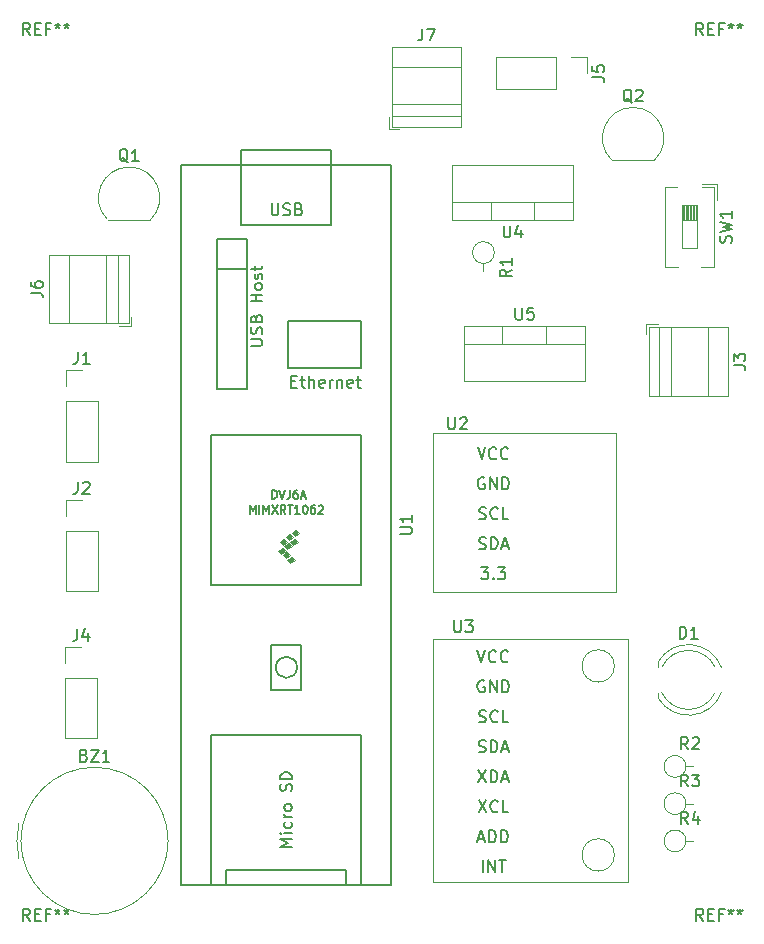
<source format=gbr>
%TF.GenerationSoftware,KiCad,Pcbnew,8.0.2*%
%TF.CreationDate,2024-06-20T15:08:29+01:00*%
%TF.ProjectId,dadaelus v0.3,64616461-656c-4757-9320-76302e332e6b,rev?*%
%TF.SameCoordinates,Original*%
%TF.FileFunction,Legend,Top*%
%TF.FilePolarity,Positive*%
%FSLAX46Y46*%
G04 Gerber Fmt 4.6, Leading zero omitted, Abs format (unit mm)*
G04 Created by KiCad (PCBNEW 8.0.2) date 2024-06-20 15:08:29*
%MOMM*%
%LPD*%
G01*
G04 APERTURE LIST*
%ADD10C,0.150000*%
%ADD11C,0.120000*%
%ADD12C,0.100000*%
G04 APERTURE END LIST*
D10*
X172634761Y-64990057D02*
X172539523Y-64942438D01*
X172539523Y-64942438D02*
X172444285Y-64847200D01*
X172444285Y-64847200D02*
X172301428Y-64704342D01*
X172301428Y-64704342D02*
X172206190Y-64656723D01*
X172206190Y-64656723D02*
X172110952Y-64656723D01*
X172158571Y-64894819D02*
X172063333Y-64847200D01*
X172063333Y-64847200D02*
X171968095Y-64751961D01*
X171968095Y-64751961D02*
X171920476Y-64561485D01*
X171920476Y-64561485D02*
X171920476Y-64228152D01*
X171920476Y-64228152D02*
X171968095Y-64037676D01*
X171968095Y-64037676D02*
X172063333Y-63942438D01*
X172063333Y-63942438D02*
X172158571Y-63894819D01*
X172158571Y-63894819D02*
X172349047Y-63894819D01*
X172349047Y-63894819D02*
X172444285Y-63942438D01*
X172444285Y-63942438D02*
X172539523Y-64037676D01*
X172539523Y-64037676D02*
X172587142Y-64228152D01*
X172587142Y-64228152D02*
X172587142Y-64561485D01*
X172587142Y-64561485D02*
X172539523Y-64751961D01*
X172539523Y-64751961D02*
X172444285Y-64847200D01*
X172444285Y-64847200D02*
X172349047Y-64894819D01*
X172349047Y-64894819D02*
X172158571Y-64894819D01*
X172968095Y-63990057D02*
X173015714Y-63942438D01*
X173015714Y-63942438D02*
X173110952Y-63894819D01*
X173110952Y-63894819D02*
X173349047Y-63894819D01*
X173349047Y-63894819D02*
X173444285Y-63942438D01*
X173444285Y-63942438D02*
X173491904Y-63990057D01*
X173491904Y-63990057D02*
X173539523Y-64085295D01*
X173539523Y-64085295D02*
X173539523Y-64180533D01*
X173539523Y-64180533D02*
X173491904Y-64323390D01*
X173491904Y-64323390D02*
X172920476Y-64894819D01*
X172920476Y-64894819D02*
X173539523Y-64894819D01*
X154896666Y-58734819D02*
X154896666Y-59449104D01*
X154896666Y-59449104D02*
X154849047Y-59591961D01*
X154849047Y-59591961D02*
X154753809Y-59687200D01*
X154753809Y-59687200D02*
X154610952Y-59734819D01*
X154610952Y-59734819D02*
X154515714Y-59734819D01*
X155277619Y-58734819D02*
X155944285Y-58734819D01*
X155944285Y-58734819D02*
X155515714Y-59734819D01*
X121734819Y-81103333D02*
X122449104Y-81103333D01*
X122449104Y-81103333D02*
X122591961Y-81150952D01*
X122591961Y-81150952D02*
X122687200Y-81246190D01*
X122687200Y-81246190D02*
X122734819Y-81389047D01*
X122734819Y-81389047D02*
X122734819Y-81484285D01*
X121734819Y-80198571D02*
X121734819Y-80389047D01*
X121734819Y-80389047D02*
X121782438Y-80484285D01*
X121782438Y-80484285D02*
X121830057Y-80531904D01*
X121830057Y-80531904D02*
X121972914Y-80627142D01*
X121972914Y-80627142D02*
X122163390Y-80674761D01*
X122163390Y-80674761D02*
X122544342Y-80674761D01*
X122544342Y-80674761D02*
X122639580Y-80627142D01*
X122639580Y-80627142D02*
X122687200Y-80579523D01*
X122687200Y-80579523D02*
X122734819Y-80484285D01*
X122734819Y-80484285D02*
X122734819Y-80293809D01*
X122734819Y-80293809D02*
X122687200Y-80198571D01*
X122687200Y-80198571D02*
X122639580Y-80150952D01*
X122639580Y-80150952D02*
X122544342Y-80103333D01*
X122544342Y-80103333D02*
X122306247Y-80103333D01*
X122306247Y-80103333D02*
X122211009Y-80150952D01*
X122211009Y-80150952D02*
X122163390Y-80198571D01*
X122163390Y-80198571D02*
X122115771Y-80293809D01*
X122115771Y-80293809D02*
X122115771Y-80484285D01*
X122115771Y-80484285D02*
X122163390Y-80579523D01*
X122163390Y-80579523D02*
X122211009Y-80627142D01*
X122211009Y-80627142D02*
X122306247Y-80674761D01*
X169284819Y-62833333D02*
X169999104Y-62833333D01*
X169999104Y-62833333D02*
X170141961Y-62880952D01*
X170141961Y-62880952D02*
X170237200Y-62976190D01*
X170237200Y-62976190D02*
X170284819Y-63119047D01*
X170284819Y-63119047D02*
X170284819Y-63214285D01*
X169284819Y-61880952D02*
X169284819Y-62357142D01*
X169284819Y-62357142D02*
X169761009Y-62404761D01*
X169761009Y-62404761D02*
X169713390Y-62357142D01*
X169713390Y-62357142D02*
X169665771Y-62261904D01*
X169665771Y-62261904D02*
X169665771Y-62023809D01*
X169665771Y-62023809D02*
X169713390Y-61928571D01*
X169713390Y-61928571D02*
X169761009Y-61880952D01*
X169761009Y-61880952D02*
X169856247Y-61833333D01*
X169856247Y-61833333D02*
X170094342Y-61833333D01*
X170094342Y-61833333D02*
X170189580Y-61880952D01*
X170189580Y-61880952D02*
X170237200Y-61928571D01*
X170237200Y-61928571D02*
X170284819Y-62023809D01*
X170284819Y-62023809D02*
X170284819Y-62261904D01*
X170284819Y-62261904D02*
X170237200Y-62357142D01*
X170237200Y-62357142D02*
X170189580Y-62404761D01*
X125666666Y-109544819D02*
X125666666Y-110259104D01*
X125666666Y-110259104D02*
X125619047Y-110401961D01*
X125619047Y-110401961D02*
X125523809Y-110497200D01*
X125523809Y-110497200D02*
X125380952Y-110544819D01*
X125380952Y-110544819D02*
X125285714Y-110544819D01*
X126571428Y-109878152D02*
X126571428Y-110544819D01*
X126333333Y-109497200D02*
X126095238Y-110211485D01*
X126095238Y-110211485D02*
X126714285Y-110211485D01*
X162759695Y-82374819D02*
X162759695Y-83184342D01*
X162759695Y-83184342D02*
X162807314Y-83279580D01*
X162807314Y-83279580D02*
X162854933Y-83327200D01*
X162854933Y-83327200D02*
X162950171Y-83374819D01*
X162950171Y-83374819D02*
X163140647Y-83374819D01*
X163140647Y-83374819D02*
X163235885Y-83327200D01*
X163235885Y-83327200D02*
X163283504Y-83279580D01*
X163283504Y-83279580D02*
X163331123Y-83184342D01*
X163331123Y-83184342D02*
X163331123Y-82374819D01*
X164283504Y-82374819D02*
X163807314Y-82374819D01*
X163807314Y-82374819D02*
X163759695Y-82851009D01*
X163759695Y-82851009D02*
X163807314Y-82803390D01*
X163807314Y-82803390D02*
X163902552Y-82755771D01*
X163902552Y-82755771D02*
X164140647Y-82755771D01*
X164140647Y-82755771D02*
X164235885Y-82803390D01*
X164235885Y-82803390D02*
X164283504Y-82851009D01*
X164283504Y-82851009D02*
X164331123Y-82946247D01*
X164331123Y-82946247D02*
X164331123Y-83184342D01*
X164331123Y-83184342D02*
X164283504Y-83279580D01*
X164283504Y-83279580D02*
X164235885Y-83327200D01*
X164235885Y-83327200D02*
X164140647Y-83374819D01*
X164140647Y-83374819D02*
X163902552Y-83374819D01*
X163902552Y-83374819D02*
X163807314Y-83327200D01*
X163807314Y-83327200D02*
X163759695Y-83279580D01*
X125728266Y-86099819D02*
X125728266Y-86814104D01*
X125728266Y-86814104D02*
X125680647Y-86956961D01*
X125680647Y-86956961D02*
X125585409Y-87052200D01*
X125585409Y-87052200D02*
X125442552Y-87099819D01*
X125442552Y-87099819D02*
X125347314Y-87099819D01*
X126728266Y-87099819D02*
X126156838Y-87099819D01*
X126442552Y-87099819D02*
X126442552Y-86099819D01*
X126442552Y-86099819D02*
X126347314Y-86242676D01*
X126347314Y-86242676D02*
X126252076Y-86337914D01*
X126252076Y-86337914D02*
X126156838Y-86385533D01*
X181017200Y-76843332D02*
X181064819Y-76700475D01*
X181064819Y-76700475D02*
X181064819Y-76462380D01*
X181064819Y-76462380D02*
X181017200Y-76367142D01*
X181017200Y-76367142D02*
X180969580Y-76319523D01*
X180969580Y-76319523D02*
X180874342Y-76271904D01*
X180874342Y-76271904D02*
X180779104Y-76271904D01*
X180779104Y-76271904D02*
X180683866Y-76319523D01*
X180683866Y-76319523D02*
X180636247Y-76367142D01*
X180636247Y-76367142D02*
X180588628Y-76462380D01*
X180588628Y-76462380D02*
X180541009Y-76652856D01*
X180541009Y-76652856D02*
X180493390Y-76748094D01*
X180493390Y-76748094D02*
X180445771Y-76795713D01*
X180445771Y-76795713D02*
X180350533Y-76843332D01*
X180350533Y-76843332D02*
X180255295Y-76843332D01*
X180255295Y-76843332D02*
X180160057Y-76795713D01*
X180160057Y-76795713D02*
X180112438Y-76748094D01*
X180112438Y-76748094D02*
X180064819Y-76652856D01*
X180064819Y-76652856D02*
X180064819Y-76414761D01*
X180064819Y-76414761D02*
X180112438Y-76271904D01*
X180064819Y-75938570D02*
X181064819Y-75700475D01*
X181064819Y-75700475D02*
X180350533Y-75509999D01*
X180350533Y-75509999D02*
X181064819Y-75319523D01*
X181064819Y-75319523D02*
X180064819Y-75081428D01*
X181064819Y-74176666D02*
X181064819Y-74748094D01*
X181064819Y-74462380D02*
X180064819Y-74462380D01*
X180064819Y-74462380D02*
X180207676Y-74557618D01*
X180207676Y-74557618D02*
X180302914Y-74652856D01*
X180302914Y-74652856D02*
X180350533Y-74748094D01*
X177383333Y-122884819D02*
X177050000Y-122408628D01*
X176811905Y-122884819D02*
X176811905Y-121884819D01*
X176811905Y-121884819D02*
X177192857Y-121884819D01*
X177192857Y-121884819D02*
X177288095Y-121932438D01*
X177288095Y-121932438D02*
X177335714Y-121980057D01*
X177335714Y-121980057D02*
X177383333Y-122075295D01*
X177383333Y-122075295D02*
X177383333Y-122218152D01*
X177383333Y-122218152D02*
X177335714Y-122313390D01*
X177335714Y-122313390D02*
X177288095Y-122361009D01*
X177288095Y-122361009D02*
X177192857Y-122408628D01*
X177192857Y-122408628D02*
X176811905Y-122408628D01*
X177716667Y-121884819D02*
X178335714Y-121884819D01*
X178335714Y-121884819D02*
X178002381Y-122265771D01*
X178002381Y-122265771D02*
X178145238Y-122265771D01*
X178145238Y-122265771D02*
X178240476Y-122313390D01*
X178240476Y-122313390D02*
X178288095Y-122361009D01*
X178288095Y-122361009D02*
X178335714Y-122456247D01*
X178335714Y-122456247D02*
X178335714Y-122694342D01*
X178335714Y-122694342D02*
X178288095Y-122789580D01*
X178288095Y-122789580D02*
X178240476Y-122837200D01*
X178240476Y-122837200D02*
X178145238Y-122884819D01*
X178145238Y-122884819D02*
X177859524Y-122884819D01*
X177859524Y-122884819D02*
X177764286Y-122837200D01*
X177764286Y-122837200D02*
X177716667Y-122789580D01*
X161759695Y-75414819D02*
X161759695Y-76224342D01*
X161759695Y-76224342D02*
X161807314Y-76319580D01*
X161807314Y-76319580D02*
X161854933Y-76367200D01*
X161854933Y-76367200D02*
X161950171Y-76414819D01*
X161950171Y-76414819D02*
X162140647Y-76414819D01*
X162140647Y-76414819D02*
X162235885Y-76367200D01*
X162235885Y-76367200D02*
X162283504Y-76319580D01*
X162283504Y-76319580D02*
X162331123Y-76224342D01*
X162331123Y-76224342D02*
X162331123Y-75414819D01*
X163235885Y-75748152D02*
X163235885Y-76414819D01*
X162997790Y-75367200D02*
X162759695Y-76081485D01*
X162759695Y-76081485D02*
X163378742Y-76081485D01*
X181236419Y-87253333D02*
X181950704Y-87253333D01*
X181950704Y-87253333D02*
X182093561Y-87300952D01*
X182093561Y-87300952D02*
X182188800Y-87396190D01*
X182188800Y-87396190D02*
X182236419Y-87539047D01*
X182236419Y-87539047D02*
X182236419Y-87634285D01*
X181236419Y-86872380D02*
X181236419Y-86253333D01*
X181236419Y-86253333D02*
X181617371Y-86586666D01*
X181617371Y-86586666D02*
X181617371Y-86443809D01*
X181617371Y-86443809D02*
X181664990Y-86348571D01*
X181664990Y-86348571D02*
X181712609Y-86300952D01*
X181712609Y-86300952D02*
X181807847Y-86253333D01*
X181807847Y-86253333D02*
X182045942Y-86253333D01*
X182045942Y-86253333D02*
X182141180Y-86300952D01*
X182141180Y-86300952D02*
X182188800Y-86348571D01*
X182188800Y-86348571D02*
X182236419Y-86443809D01*
X182236419Y-86443809D02*
X182236419Y-86729523D01*
X182236419Y-86729523D02*
X182188800Y-86824761D01*
X182188800Y-86824761D02*
X182141180Y-86872380D01*
X125728266Y-97099819D02*
X125728266Y-97814104D01*
X125728266Y-97814104D02*
X125680647Y-97956961D01*
X125680647Y-97956961D02*
X125585409Y-98052200D01*
X125585409Y-98052200D02*
X125442552Y-98099819D01*
X125442552Y-98099819D02*
X125347314Y-98099819D01*
X126156838Y-97195057D02*
X126204457Y-97147438D01*
X126204457Y-97147438D02*
X126299695Y-97099819D01*
X126299695Y-97099819D02*
X126537790Y-97099819D01*
X126537790Y-97099819D02*
X126633028Y-97147438D01*
X126633028Y-97147438D02*
X126680647Y-97195057D01*
X126680647Y-97195057D02*
X126728266Y-97290295D01*
X126728266Y-97290295D02*
X126728266Y-97385533D01*
X126728266Y-97385533D02*
X126680647Y-97528390D01*
X126680647Y-97528390D02*
X126109219Y-98099819D01*
X126109219Y-98099819D02*
X126728266Y-98099819D01*
X121666666Y-134254819D02*
X121333333Y-133778628D01*
X121095238Y-134254819D02*
X121095238Y-133254819D01*
X121095238Y-133254819D02*
X121476190Y-133254819D01*
X121476190Y-133254819D02*
X121571428Y-133302438D01*
X121571428Y-133302438D02*
X121619047Y-133350057D01*
X121619047Y-133350057D02*
X121666666Y-133445295D01*
X121666666Y-133445295D02*
X121666666Y-133588152D01*
X121666666Y-133588152D02*
X121619047Y-133683390D01*
X121619047Y-133683390D02*
X121571428Y-133731009D01*
X121571428Y-133731009D02*
X121476190Y-133778628D01*
X121476190Y-133778628D02*
X121095238Y-133778628D01*
X122095238Y-133731009D02*
X122428571Y-133731009D01*
X122571428Y-134254819D02*
X122095238Y-134254819D01*
X122095238Y-134254819D02*
X122095238Y-133254819D01*
X122095238Y-133254819D02*
X122571428Y-133254819D01*
X123333333Y-133731009D02*
X123000000Y-133731009D01*
X123000000Y-134254819D02*
X123000000Y-133254819D01*
X123000000Y-133254819D02*
X123476190Y-133254819D01*
X124000000Y-133254819D02*
X124000000Y-133492914D01*
X123761905Y-133397676D02*
X124000000Y-133492914D01*
X124000000Y-133492914D02*
X124238095Y-133397676D01*
X123857143Y-133683390D02*
X124000000Y-133492914D01*
X124000000Y-133492914D02*
X124142857Y-133683390D01*
X124761905Y-133254819D02*
X124761905Y-133492914D01*
X124523810Y-133397676D02*
X124761905Y-133492914D01*
X124761905Y-133492914D02*
X125000000Y-133397676D01*
X124619048Y-133683390D02*
X124761905Y-133492914D01*
X124761905Y-133492914D02*
X124904762Y-133683390D01*
X176676905Y-110369819D02*
X176676905Y-109369819D01*
X176676905Y-109369819D02*
X176915000Y-109369819D01*
X176915000Y-109369819D02*
X177057857Y-109417438D01*
X177057857Y-109417438D02*
X177153095Y-109512676D01*
X177153095Y-109512676D02*
X177200714Y-109607914D01*
X177200714Y-109607914D02*
X177248333Y-109798390D01*
X177248333Y-109798390D02*
X177248333Y-109941247D01*
X177248333Y-109941247D02*
X177200714Y-110131723D01*
X177200714Y-110131723D02*
X177153095Y-110226961D01*
X177153095Y-110226961D02*
X177057857Y-110322200D01*
X177057857Y-110322200D02*
X176915000Y-110369819D01*
X176915000Y-110369819D02*
X176676905Y-110369819D01*
X178200714Y-110369819D02*
X177629286Y-110369819D01*
X177915000Y-110369819D02*
X177915000Y-109369819D01*
X177915000Y-109369819D02*
X177819762Y-109512676D01*
X177819762Y-109512676D02*
X177724524Y-109607914D01*
X177724524Y-109607914D02*
X177629286Y-109655533D01*
X152994819Y-101501904D02*
X153804342Y-101501904D01*
X153804342Y-101501904D02*
X153899580Y-101454285D01*
X153899580Y-101454285D02*
X153947200Y-101406666D01*
X153947200Y-101406666D02*
X153994819Y-101311428D01*
X153994819Y-101311428D02*
X153994819Y-101120952D01*
X153994819Y-101120952D02*
X153947200Y-101025714D01*
X153947200Y-101025714D02*
X153899580Y-100978095D01*
X153899580Y-100978095D02*
X153804342Y-100930476D01*
X153804342Y-100930476D02*
X152994819Y-100930476D01*
X153994819Y-99930476D02*
X153994819Y-100501904D01*
X153994819Y-100216190D02*
X152994819Y-100216190D01*
X152994819Y-100216190D02*
X153137676Y-100311428D01*
X153137676Y-100311428D02*
X153232914Y-100406666D01*
X153232914Y-100406666D02*
X153280533Y-100501904D01*
X140296666Y-99786033D02*
X140296666Y-99086033D01*
X140296666Y-99086033D02*
X140530000Y-99586033D01*
X140530000Y-99586033D02*
X140763333Y-99086033D01*
X140763333Y-99086033D02*
X140763333Y-99786033D01*
X141096666Y-99786033D02*
X141096666Y-99086033D01*
X141429999Y-99786033D02*
X141429999Y-99086033D01*
X141429999Y-99086033D02*
X141663333Y-99586033D01*
X141663333Y-99586033D02*
X141896666Y-99086033D01*
X141896666Y-99086033D02*
X141896666Y-99786033D01*
X142163333Y-99086033D02*
X142629999Y-99786033D01*
X142629999Y-99086033D02*
X142163333Y-99786033D01*
X143296666Y-99786033D02*
X143063333Y-99452700D01*
X142896666Y-99786033D02*
X142896666Y-99086033D01*
X142896666Y-99086033D02*
X143163333Y-99086033D01*
X143163333Y-99086033D02*
X143230000Y-99119366D01*
X143230000Y-99119366D02*
X143263333Y-99152700D01*
X143263333Y-99152700D02*
X143296666Y-99219366D01*
X143296666Y-99219366D02*
X143296666Y-99319366D01*
X143296666Y-99319366D02*
X143263333Y-99386033D01*
X143263333Y-99386033D02*
X143230000Y-99419366D01*
X143230000Y-99419366D02*
X143163333Y-99452700D01*
X143163333Y-99452700D02*
X142896666Y-99452700D01*
X143496666Y-99086033D02*
X143896666Y-99086033D01*
X143696666Y-99786033D02*
X143696666Y-99086033D01*
X144496666Y-99786033D02*
X144096666Y-99786033D01*
X144296666Y-99786033D02*
X144296666Y-99086033D01*
X144296666Y-99086033D02*
X144229999Y-99186033D01*
X144229999Y-99186033D02*
X144163333Y-99252700D01*
X144163333Y-99252700D02*
X144096666Y-99286033D01*
X144930000Y-99086033D02*
X144996666Y-99086033D01*
X144996666Y-99086033D02*
X145063333Y-99119366D01*
X145063333Y-99119366D02*
X145096666Y-99152700D01*
X145096666Y-99152700D02*
X145130000Y-99219366D01*
X145130000Y-99219366D02*
X145163333Y-99352700D01*
X145163333Y-99352700D02*
X145163333Y-99519366D01*
X145163333Y-99519366D02*
X145130000Y-99652700D01*
X145130000Y-99652700D02*
X145096666Y-99719366D01*
X145096666Y-99719366D02*
X145063333Y-99752700D01*
X145063333Y-99752700D02*
X144996666Y-99786033D01*
X144996666Y-99786033D02*
X144930000Y-99786033D01*
X144930000Y-99786033D02*
X144863333Y-99752700D01*
X144863333Y-99752700D02*
X144830000Y-99719366D01*
X144830000Y-99719366D02*
X144796666Y-99652700D01*
X144796666Y-99652700D02*
X144763333Y-99519366D01*
X144763333Y-99519366D02*
X144763333Y-99352700D01*
X144763333Y-99352700D02*
X144796666Y-99219366D01*
X144796666Y-99219366D02*
X144830000Y-99152700D01*
X144830000Y-99152700D02*
X144863333Y-99119366D01*
X144863333Y-99119366D02*
X144930000Y-99086033D01*
X145763333Y-99086033D02*
X145630000Y-99086033D01*
X145630000Y-99086033D02*
X145563333Y-99119366D01*
X145563333Y-99119366D02*
X145530000Y-99152700D01*
X145530000Y-99152700D02*
X145463333Y-99252700D01*
X145463333Y-99252700D02*
X145430000Y-99386033D01*
X145430000Y-99386033D02*
X145430000Y-99652700D01*
X145430000Y-99652700D02*
X145463333Y-99719366D01*
X145463333Y-99719366D02*
X145496667Y-99752700D01*
X145496667Y-99752700D02*
X145563333Y-99786033D01*
X145563333Y-99786033D02*
X145696667Y-99786033D01*
X145696667Y-99786033D02*
X145763333Y-99752700D01*
X145763333Y-99752700D02*
X145796667Y-99719366D01*
X145796667Y-99719366D02*
X145830000Y-99652700D01*
X145830000Y-99652700D02*
X145830000Y-99486033D01*
X145830000Y-99486033D02*
X145796667Y-99419366D01*
X145796667Y-99419366D02*
X145763333Y-99386033D01*
X145763333Y-99386033D02*
X145696667Y-99352700D01*
X145696667Y-99352700D02*
X145563333Y-99352700D01*
X145563333Y-99352700D02*
X145496667Y-99386033D01*
X145496667Y-99386033D02*
X145463333Y-99419366D01*
X145463333Y-99419366D02*
X145430000Y-99486033D01*
X146096667Y-99152700D02*
X146130000Y-99119366D01*
X146130000Y-99119366D02*
X146196667Y-99086033D01*
X146196667Y-99086033D02*
X146363334Y-99086033D01*
X146363334Y-99086033D02*
X146430000Y-99119366D01*
X146430000Y-99119366D02*
X146463334Y-99152700D01*
X146463334Y-99152700D02*
X146496667Y-99219366D01*
X146496667Y-99219366D02*
X146496667Y-99286033D01*
X146496667Y-99286033D02*
X146463334Y-99386033D01*
X146463334Y-99386033D02*
X146063334Y-99786033D01*
X146063334Y-99786033D02*
X146496667Y-99786033D01*
X143799456Y-88606009D02*
X144132789Y-88606009D01*
X144275646Y-89129819D02*
X143799456Y-89129819D01*
X143799456Y-89129819D02*
X143799456Y-88129819D01*
X143799456Y-88129819D02*
X144275646Y-88129819D01*
X144561361Y-88463152D02*
X144942313Y-88463152D01*
X144704218Y-88129819D02*
X144704218Y-88986961D01*
X144704218Y-88986961D02*
X144751837Y-89082200D01*
X144751837Y-89082200D02*
X144847075Y-89129819D01*
X144847075Y-89129819D02*
X144942313Y-89129819D01*
X145275647Y-89129819D02*
X145275647Y-88129819D01*
X145704218Y-89129819D02*
X145704218Y-88606009D01*
X145704218Y-88606009D02*
X145656599Y-88510771D01*
X145656599Y-88510771D02*
X145561361Y-88463152D01*
X145561361Y-88463152D02*
X145418504Y-88463152D01*
X145418504Y-88463152D02*
X145323266Y-88510771D01*
X145323266Y-88510771D02*
X145275647Y-88558390D01*
X146561361Y-89082200D02*
X146466123Y-89129819D01*
X146466123Y-89129819D02*
X146275647Y-89129819D01*
X146275647Y-89129819D02*
X146180409Y-89082200D01*
X146180409Y-89082200D02*
X146132790Y-88986961D01*
X146132790Y-88986961D02*
X146132790Y-88606009D01*
X146132790Y-88606009D02*
X146180409Y-88510771D01*
X146180409Y-88510771D02*
X146275647Y-88463152D01*
X146275647Y-88463152D02*
X146466123Y-88463152D01*
X146466123Y-88463152D02*
X146561361Y-88510771D01*
X146561361Y-88510771D02*
X146608980Y-88606009D01*
X146608980Y-88606009D02*
X146608980Y-88701247D01*
X146608980Y-88701247D02*
X146132790Y-88796485D01*
X147037552Y-89129819D02*
X147037552Y-88463152D01*
X147037552Y-88653628D02*
X147085171Y-88558390D01*
X147085171Y-88558390D02*
X147132790Y-88510771D01*
X147132790Y-88510771D02*
X147228028Y-88463152D01*
X147228028Y-88463152D02*
X147323266Y-88463152D01*
X147656600Y-88463152D02*
X147656600Y-89129819D01*
X147656600Y-88558390D02*
X147704219Y-88510771D01*
X147704219Y-88510771D02*
X147799457Y-88463152D01*
X147799457Y-88463152D02*
X147942314Y-88463152D01*
X147942314Y-88463152D02*
X148037552Y-88510771D01*
X148037552Y-88510771D02*
X148085171Y-88606009D01*
X148085171Y-88606009D02*
X148085171Y-89129819D01*
X148942314Y-89082200D02*
X148847076Y-89129819D01*
X148847076Y-89129819D02*
X148656600Y-89129819D01*
X148656600Y-89129819D02*
X148561362Y-89082200D01*
X148561362Y-89082200D02*
X148513743Y-88986961D01*
X148513743Y-88986961D02*
X148513743Y-88606009D01*
X148513743Y-88606009D02*
X148561362Y-88510771D01*
X148561362Y-88510771D02*
X148656600Y-88463152D01*
X148656600Y-88463152D02*
X148847076Y-88463152D01*
X148847076Y-88463152D02*
X148942314Y-88510771D01*
X148942314Y-88510771D02*
X148989933Y-88606009D01*
X148989933Y-88606009D02*
X148989933Y-88701247D01*
X148989933Y-88701247D02*
X148513743Y-88796485D01*
X149275648Y-88463152D02*
X149656600Y-88463152D01*
X149418505Y-88129819D02*
X149418505Y-88986961D01*
X149418505Y-88986961D02*
X149466124Y-89082200D01*
X149466124Y-89082200D02*
X149561362Y-89129819D01*
X149561362Y-89129819D02*
X149656600Y-89129819D01*
X142118095Y-73524819D02*
X142118095Y-74334342D01*
X142118095Y-74334342D02*
X142165714Y-74429580D01*
X142165714Y-74429580D02*
X142213333Y-74477200D01*
X142213333Y-74477200D02*
X142308571Y-74524819D01*
X142308571Y-74524819D02*
X142499047Y-74524819D01*
X142499047Y-74524819D02*
X142594285Y-74477200D01*
X142594285Y-74477200D02*
X142641904Y-74429580D01*
X142641904Y-74429580D02*
X142689523Y-74334342D01*
X142689523Y-74334342D02*
X142689523Y-73524819D01*
X143118095Y-74477200D02*
X143260952Y-74524819D01*
X143260952Y-74524819D02*
X143499047Y-74524819D01*
X143499047Y-74524819D02*
X143594285Y-74477200D01*
X143594285Y-74477200D02*
X143641904Y-74429580D01*
X143641904Y-74429580D02*
X143689523Y-74334342D01*
X143689523Y-74334342D02*
X143689523Y-74239104D01*
X143689523Y-74239104D02*
X143641904Y-74143866D01*
X143641904Y-74143866D02*
X143594285Y-74096247D01*
X143594285Y-74096247D02*
X143499047Y-74048628D01*
X143499047Y-74048628D02*
X143308571Y-74001009D01*
X143308571Y-74001009D02*
X143213333Y-73953390D01*
X143213333Y-73953390D02*
X143165714Y-73905771D01*
X143165714Y-73905771D02*
X143118095Y-73810533D01*
X143118095Y-73810533D02*
X143118095Y-73715295D01*
X143118095Y-73715295D02*
X143165714Y-73620057D01*
X143165714Y-73620057D02*
X143213333Y-73572438D01*
X143213333Y-73572438D02*
X143308571Y-73524819D01*
X143308571Y-73524819D02*
X143546666Y-73524819D01*
X143546666Y-73524819D02*
X143689523Y-73572438D01*
X144451428Y-74001009D02*
X144594285Y-74048628D01*
X144594285Y-74048628D02*
X144641904Y-74096247D01*
X144641904Y-74096247D02*
X144689523Y-74191485D01*
X144689523Y-74191485D02*
X144689523Y-74334342D01*
X144689523Y-74334342D02*
X144641904Y-74429580D01*
X144641904Y-74429580D02*
X144594285Y-74477200D01*
X144594285Y-74477200D02*
X144499047Y-74524819D01*
X144499047Y-74524819D02*
X144118095Y-74524819D01*
X144118095Y-74524819D02*
X144118095Y-73524819D01*
X144118095Y-73524819D02*
X144451428Y-73524819D01*
X144451428Y-73524819D02*
X144546666Y-73572438D01*
X144546666Y-73572438D02*
X144594285Y-73620057D01*
X144594285Y-73620057D02*
X144641904Y-73715295D01*
X144641904Y-73715295D02*
X144641904Y-73810533D01*
X144641904Y-73810533D02*
X144594285Y-73905771D01*
X144594285Y-73905771D02*
X144546666Y-73953390D01*
X144546666Y-73953390D02*
X144451428Y-74001009D01*
X144451428Y-74001009D02*
X144118095Y-74001009D01*
X142176666Y-98516033D02*
X142176666Y-97816033D01*
X142176666Y-97816033D02*
X142343333Y-97816033D01*
X142343333Y-97816033D02*
X142443333Y-97849366D01*
X142443333Y-97849366D02*
X142510000Y-97916033D01*
X142510000Y-97916033D02*
X142543333Y-97982700D01*
X142543333Y-97982700D02*
X142576666Y-98116033D01*
X142576666Y-98116033D02*
X142576666Y-98216033D01*
X142576666Y-98216033D02*
X142543333Y-98349366D01*
X142543333Y-98349366D02*
X142510000Y-98416033D01*
X142510000Y-98416033D02*
X142443333Y-98482700D01*
X142443333Y-98482700D02*
X142343333Y-98516033D01*
X142343333Y-98516033D02*
X142176666Y-98516033D01*
X142776666Y-97816033D02*
X143010000Y-98516033D01*
X143010000Y-98516033D02*
X143243333Y-97816033D01*
X143676666Y-97816033D02*
X143676666Y-98316033D01*
X143676666Y-98316033D02*
X143643333Y-98416033D01*
X143643333Y-98416033D02*
X143576666Y-98482700D01*
X143576666Y-98482700D02*
X143476666Y-98516033D01*
X143476666Y-98516033D02*
X143410000Y-98516033D01*
X144309999Y-97816033D02*
X144176666Y-97816033D01*
X144176666Y-97816033D02*
X144109999Y-97849366D01*
X144109999Y-97849366D02*
X144076666Y-97882700D01*
X144076666Y-97882700D02*
X144009999Y-97982700D01*
X144009999Y-97982700D02*
X143976666Y-98116033D01*
X143976666Y-98116033D02*
X143976666Y-98382700D01*
X143976666Y-98382700D02*
X144009999Y-98449366D01*
X144009999Y-98449366D02*
X144043333Y-98482700D01*
X144043333Y-98482700D02*
X144109999Y-98516033D01*
X144109999Y-98516033D02*
X144243333Y-98516033D01*
X144243333Y-98516033D02*
X144309999Y-98482700D01*
X144309999Y-98482700D02*
X144343333Y-98449366D01*
X144343333Y-98449366D02*
X144376666Y-98382700D01*
X144376666Y-98382700D02*
X144376666Y-98216033D01*
X144376666Y-98216033D02*
X144343333Y-98149366D01*
X144343333Y-98149366D02*
X144309999Y-98116033D01*
X144309999Y-98116033D02*
X144243333Y-98082700D01*
X144243333Y-98082700D02*
X144109999Y-98082700D01*
X144109999Y-98082700D02*
X144043333Y-98116033D01*
X144043333Y-98116033D02*
X144009999Y-98149366D01*
X144009999Y-98149366D02*
X143976666Y-98216033D01*
X144643333Y-98316033D02*
X144976666Y-98316033D01*
X144576666Y-98516033D02*
X144810000Y-97816033D01*
X144810000Y-97816033D02*
X145043333Y-98516033D01*
X143834819Y-127989047D02*
X142834819Y-127989047D01*
X142834819Y-127989047D02*
X143549104Y-127655714D01*
X143549104Y-127655714D02*
X142834819Y-127322381D01*
X142834819Y-127322381D02*
X143834819Y-127322381D01*
X143834819Y-126846190D02*
X143168152Y-126846190D01*
X142834819Y-126846190D02*
X142882438Y-126893809D01*
X142882438Y-126893809D02*
X142930057Y-126846190D01*
X142930057Y-126846190D02*
X142882438Y-126798571D01*
X142882438Y-126798571D02*
X142834819Y-126846190D01*
X142834819Y-126846190D02*
X142930057Y-126846190D01*
X143787200Y-125941429D02*
X143834819Y-126036667D01*
X143834819Y-126036667D02*
X143834819Y-126227143D01*
X143834819Y-126227143D02*
X143787200Y-126322381D01*
X143787200Y-126322381D02*
X143739580Y-126370000D01*
X143739580Y-126370000D02*
X143644342Y-126417619D01*
X143644342Y-126417619D02*
X143358628Y-126417619D01*
X143358628Y-126417619D02*
X143263390Y-126370000D01*
X143263390Y-126370000D02*
X143215771Y-126322381D01*
X143215771Y-126322381D02*
X143168152Y-126227143D01*
X143168152Y-126227143D02*
X143168152Y-126036667D01*
X143168152Y-126036667D02*
X143215771Y-125941429D01*
X143834819Y-125512857D02*
X143168152Y-125512857D01*
X143358628Y-125512857D02*
X143263390Y-125465238D01*
X143263390Y-125465238D02*
X143215771Y-125417619D01*
X143215771Y-125417619D02*
X143168152Y-125322381D01*
X143168152Y-125322381D02*
X143168152Y-125227143D01*
X143834819Y-124750952D02*
X143787200Y-124846190D01*
X143787200Y-124846190D02*
X143739580Y-124893809D01*
X143739580Y-124893809D02*
X143644342Y-124941428D01*
X143644342Y-124941428D02*
X143358628Y-124941428D01*
X143358628Y-124941428D02*
X143263390Y-124893809D01*
X143263390Y-124893809D02*
X143215771Y-124846190D01*
X143215771Y-124846190D02*
X143168152Y-124750952D01*
X143168152Y-124750952D02*
X143168152Y-124608095D01*
X143168152Y-124608095D02*
X143215771Y-124512857D01*
X143215771Y-124512857D02*
X143263390Y-124465238D01*
X143263390Y-124465238D02*
X143358628Y-124417619D01*
X143358628Y-124417619D02*
X143644342Y-124417619D01*
X143644342Y-124417619D02*
X143739580Y-124465238D01*
X143739580Y-124465238D02*
X143787200Y-124512857D01*
X143787200Y-124512857D02*
X143834819Y-124608095D01*
X143834819Y-124608095D02*
X143834819Y-124750952D01*
X143787200Y-123274761D02*
X143834819Y-123131904D01*
X143834819Y-123131904D02*
X143834819Y-122893809D01*
X143834819Y-122893809D02*
X143787200Y-122798571D01*
X143787200Y-122798571D02*
X143739580Y-122750952D01*
X143739580Y-122750952D02*
X143644342Y-122703333D01*
X143644342Y-122703333D02*
X143549104Y-122703333D01*
X143549104Y-122703333D02*
X143453866Y-122750952D01*
X143453866Y-122750952D02*
X143406247Y-122798571D01*
X143406247Y-122798571D02*
X143358628Y-122893809D01*
X143358628Y-122893809D02*
X143311009Y-123084285D01*
X143311009Y-123084285D02*
X143263390Y-123179523D01*
X143263390Y-123179523D02*
X143215771Y-123227142D01*
X143215771Y-123227142D02*
X143120533Y-123274761D01*
X143120533Y-123274761D02*
X143025295Y-123274761D01*
X143025295Y-123274761D02*
X142930057Y-123227142D01*
X142930057Y-123227142D02*
X142882438Y-123179523D01*
X142882438Y-123179523D02*
X142834819Y-123084285D01*
X142834819Y-123084285D02*
X142834819Y-122846190D01*
X142834819Y-122846190D02*
X142882438Y-122703333D01*
X143834819Y-122274761D02*
X142834819Y-122274761D01*
X142834819Y-122274761D02*
X142834819Y-122036666D01*
X142834819Y-122036666D02*
X142882438Y-121893809D01*
X142882438Y-121893809D02*
X142977676Y-121798571D01*
X142977676Y-121798571D02*
X143072914Y-121750952D01*
X143072914Y-121750952D02*
X143263390Y-121703333D01*
X143263390Y-121703333D02*
X143406247Y-121703333D01*
X143406247Y-121703333D02*
X143596723Y-121750952D01*
X143596723Y-121750952D02*
X143691961Y-121798571D01*
X143691961Y-121798571D02*
X143787200Y-121893809D01*
X143787200Y-121893809D02*
X143834819Y-122036666D01*
X143834819Y-122036666D02*
X143834819Y-122274761D01*
X140345619Y-85583723D02*
X141155142Y-85583723D01*
X141155142Y-85583723D02*
X141250380Y-85536104D01*
X141250380Y-85536104D02*
X141298000Y-85488485D01*
X141298000Y-85488485D02*
X141345619Y-85393247D01*
X141345619Y-85393247D02*
X141345619Y-85202771D01*
X141345619Y-85202771D02*
X141298000Y-85107533D01*
X141298000Y-85107533D02*
X141250380Y-85059914D01*
X141250380Y-85059914D02*
X141155142Y-85012295D01*
X141155142Y-85012295D02*
X140345619Y-85012295D01*
X141298000Y-84583723D02*
X141345619Y-84440866D01*
X141345619Y-84440866D02*
X141345619Y-84202771D01*
X141345619Y-84202771D02*
X141298000Y-84107533D01*
X141298000Y-84107533D02*
X141250380Y-84059914D01*
X141250380Y-84059914D02*
X141155142Y-84012295D01*
X141155142Y-84012295D02*
X141059904Y-84012295D01*
X141059904Y-84012295D02*
X140964666Y-84059914D01*
X140964666Y-84059914D02*
X140917047Y-84107533D01*
X140917047Y-84107533D02*
X140869428Y-84202771D01*
X140869428Y-84202771D02*
X140821809Y-84393247D01*
X140821809Y-84393247D02*
X140774190Y-84488485D01*
X140774190Y-84488485D02*
X140726571Y-84536104D01*
X140726571Y-84536104D02*
X140631333Y-84583723D01*
X140631333Y-84583723D02*
X140536095Y-84583723D01*
X140536095Y-84583723D02*
X140440857Y-84536104D01*
X140440857Y-84536104D02*
X140393238Y-84488485D01*
X140393238Y-84488485D02*
X140345619Y-84393247D01*
X140345619Y-84393247D02*
X140345619Y-84155152D01*
X140345619Y-84155152D02*
X140393238Y-84012295D01*
X140821809Y-83250390D02*
X140869428Y-83107533D01*
X140869428Y-83107533D02*
X140917047Y-83059914D01*
X140917047Y-83059914D02*
X141012285Y-83012295D01*
X141012285Y-83012295D02*
X141155142Y-83012295D01*
X141155142Y-83012295D02*
X141250380Y-83059914D01*
X141250380Y-83059914D02*
X141298000Y-83107533D01*
X141298000Y-83107533D02*
X141345619Y-83202771D01*
X141345619Y-83202771D02*
X141345619Y-83583723D01*
X141345619Y-83583723D02*
X140345619Y-83583723D01*
X140345619Y-83583723D02*
X140345619Y-83250390D01*
X140345619Y-83250390D02*
X140393238Y-83155152D01*
X140393238Y-83155152D02*
X140440857Y-83107533D01*
X140440857Y-83107533D02*
X140536095Y-83059914D01*
X140536095Y-83059914D02*
X140631333Y-83059914D01*
X140631333Y-83059914D02*
X140726571Y-83107533D01*
X140726571Y-83107533D02*
X140774190Y-83155152D01*
X140774190Y-83155152D02*
X140821809Y-83250390D01*
X140821809Y-83250390D02*
X140821809Y-83583723D01*
X141345619Y-81821818D02*
X140345619Y-81821818D01*
X140821809Y-81821818D02*
X140821809Y-81250390D01*
X141345619Y-81250390D02*
X140345619Y-81250390D01*
X141345619Y-80631342D02*
X141298000Y-80726580D01*
X141298000Y-80726580D02*
X141250380Y-80774199D01*
X141250380Y-80774199D02*
X141155142Y-80821818D01*
X141155142Y-80821818D02*
X140869428Y-80821818D01*
X140869428Y-80821818D02*
X140774190Y-80774199D01*
X140774190Y-80774199D02*
X140726571Y-80726580D01*
X140726571Y-80726580D02*
X140678952Y-80631342D01*
X140678952Y-80631342D02*
X140678952Y-80488485D01*
X140678952Y-80488485D02*
X140726571Y-80393247D01*
X140726571Y-80393247D02*
X140774190Y-80345628D01*
X140774190Y-80345628D02*
X140869428Y-80298009D01*
X140869428Y-80298009D02*
X141155142Y-80298009D01*
X141155142Y-80298009D02*
X141250380Y-80345628D01*
X141250380Y-80345628D02*
X141298000Y-80393247D01*
X141298000Y-80393247D02*
X141345619Y-80488485D01*
X141345619Y-80488485D02*
X141345619Y-80631342D01*
X141298000Y-79917056D02*
X141345619Y-79821818D01*
X141345619Y-79821818D02*
X141345619Y-79631342D01*
X141345619Y-79631342D02*
X141298000Y-79536104D01*
X141298000Y-79536104D02*
X141202761Y-79488485D01*
X141202761Y-79488485D02*
X141155142Y-79488485D01*
X141155142Y-79488485D02*
X141059904Y-79536104D01*
X141059904Y-79536104D02*
X141012285Y-79631342D01*
X141012285Y-79631342D02*
X141012285Y-79774199D01*
X141012285Y-79774199D02*
X140964666Y-79869437D01*
X140964666Y-79869437D02*
X140869428Y-79917056D01*
X140869428Y-79917056D02*
X140821809Y-79917056D01*
X140821809Y-79917056D02*
X140726571Y-79869437D01*
X140726571Y-79869437D02*
X140678952Y-79774199D01*
X140678952Y-79774199D02*
X140678952Y-79631342D01*
X140678952Y-79631342D02*
X140726571Y-79536104D01*
X140678952Y-79202770D02*
X140678952Y-78821818D01*
X140345619Y-79059913D02*
X141202761Y-79059913D01*
X141202761Y-79059913D02*
X141298000Y-79012294D01*
X141298000Y-79012294D02*
X141345619Y-78917056D01*
X141345619Y-78917056D02*
X141345619Y-78821818D01*
X178666666Y-59254819D02*
X178333333Y-58778628D01*
X178095238Y-59254819D02*
X178095238Y-58254819D01*
X178095238Y-58254819D02*
X178476190Y-58254819D01*
X178476190Y-58254819D02*
X178571428Y-58302438D01*
X178571428Y-58302438D02*
X178619047Y-58350057D01*
X178619047Y-58350057D02*
X178666666Y-58445295D01*
X178666666Y-58445295D02*
X178666666Y-58588152D01*
X178666666Y-58588152D02*
X178619047Y-58683390D01*
X178619047Y-58683390D02*
X178571428Y-58731009D01*
X178571428Y-58731009D02*
X178476190Y-58778628D01*
X178476190Y-58778628D02*
X178095238Y-58778628D01*
X179095238Y-58731009D02*
X179428571Y-58731009D01*
X179571428Y-59254819D02*
X179095238Y-59254819D01*
X179095238Y-59254819D02*
X179095238Y-58254819D01*
X179095238Y-58254819D02*
X179571428Y-58254819D01*
X180333333Y-58731009D02*
X180000000Y-58731009D01*
X180000000Y-59254819D02*
X180000000Y-58254819D01*
X180000000Y-58254819D02*
X180476190Y-58254819D01*
X181000000Y-58254819D02*
X181000000Y-58492914D01*
X180761905Y-58397676D02*
X181000000Y-58492914D01*
X181000000Y-58492914D02*
X181238095Y-58397676D01*
X180857143Y-58683390D02*
X181000000Y-58492914D01*
X181000000Y-58492914D02*
X181142857Y-58683390D01*
X181761905Y-58254819D02*
X181761905Y-58492914D01*
X181523810Y-58397676D02*
X181761905Y-58492914D01*
X181761905Y-58492914D02*
X182000000Y-58397676D01*
X181619048Y-58683390D02*
X181761905Y-58492914D01*
X181761905Y-58492914D02*
X181904762Y-58683390D01*
X162436419Y-79126666D02*
X161960228Y-79459999D01*
X162436419Y-79698094D02*
X161436419Y-79698094D01*
X161436419Y-79698094D02*
X161436419Y-79317142D01*
X161436419Y-79317142D02*
X161484038Y-79221904D01*
X161484038Y-79221904D02*
X161531657Y-79174285D01*
X161531657Y-79174285D02*
X161626895Y-79126666D01*
X161626895Y-79126666D02*
X161769752Y-79126666D01*
X161769752Y-79126666D02*
X161864990Y-79174285D01*
X161864990Y-79174285D02*
X161912609Y-79221904D01*
X161912609Y-79221904D02*
X161960228Y-79317142D01*
X161960228Y-79317142D02*
X161960228Y-79698094D01*
X162436419Y-78174285D02*
X162436419Y-78745713D01*
X162436419Y-78459999D02*
X161436419Y-78459999D01*
X161436419Y-78459999D02*
X161579276Y-78555237D01*
X161579276Y-78555237D02*
X161674514Y-78650475D01*
X161674514Y-78650475D02*
X161722133Y-78745713D01*
X178666666Y-134254819D02*
X178333333Y-133778628D01*
X178095238Y-134254819D02*
X178095238Y-133254819D01*
X178095238Y-133254819D02*
X178476190Y-133254819D01*
X178476190Y-133254819D02*
X178571428Y-133302438D01*
X178571428Y-133302438D02*
X178619047Y-133350057D01*
X178619047Y-133350057D02*
X178666666Y-133445295D01*
X178666666Y-133445295D02*
X178666666Y-133588152D01*
X178666666Y-133588152D02*
X178619047Y-133683390D01*
X178619047Y-133683390D02*
X178571428Y-133731009D01*
X178571428Y-133731009D02*
X178476190Y-133778628D01*
X178476190Y-133778628D02*
X178095238Y-133778628D01*
X179095238Y-133731009D02*
X179428571Y-133731009D01*
X179571428Y-134254819D02*
X179095238Y-134254819D01*
X179095238Y-134254819D02*
X179095238Y-133254819D01*
X179095238Y-133254819D02*
X179571428Y-133254819D01*
X180333333Y-133731009D02*
X180000000Y-133731009D01*
X180000000Y-134254819D02*
X180000000Y-133254819D01*
X180000000Y-133254819D02*
X180476190Y-133254819D01*
X181000000Y-133254819D02*
X181000000Y-133492914D01*
X180761905Y-133397676D02*
X181000000Y-133492914D01*
X181000000Y-133492914D02*
X181238095Y-133397676D01*
X180857143Y-133683390D02*
X181000000Y-133492914D01*
X181000000Y-133492914D02*
X181142857Y-133683390D01*
X181761905Y-133254819D02*
X181761905Y-133492914D01*
X181523810Y-133397676D02*
X181761905Y-133492914D01*
X181761905Y-133492914D02*
X182000000Y-133397676D01*
X181619048Y-133683390D02*
X181761905Y-133492914D01*
X181761905Y-133492914D02*
X181904762Y-133683390D01*
X157084695Y-91651819D02*
X157084695Y-92461342D01*
X157084695Y-92461342D02*
X157132314Y-92556580D01*
X157132314Y-92556580D02*
X157179933Y-92604200D01*
X157179933Y-92604200D02*
X157275171Y-92651819D01*
X157275171Y-92651819D02*
X157465647Y-92651819D01*
X157465647Y-92651819D02*
X157560885Y-92604200D01*
X157560885Y-92604200D02*
X157608504Y-92556580D01*
X157608504Y-92556580D02*
X157656123Y-92461342D01*
X157656123Y-92461342D02*
X157656123Y-91651819D01*
X158084695Y-91747057D02*
X158132314Y-91699438D01*
X158132314Y-91699438D02*
X158227552Y-91651819D01*
X158227552Y-91651819D02*
X158465647Y-91651819D01*
X158465647Y-91651819D02*
X158560885Y-91699438D01*
X158560885Y-91699438D02*
X158608504Y-91747057D01*
X158608504Y-91747057D02*
X158656123Y-91842295D01*
X158656123Y-91842295D02*
X158656123Y-91937533D01*
X158656123Y-91937533D02*
X158608504Y-92080390D01*
X158608504Y-92080390D02*
X158037076Y-92651819D01*
X158037076Y-92651819D02*
X158656123Y-92651819D01*
X159561267Y-94191819D02*
X159894600Y-95191819D01*
X159894600Y-95191819D02*
X160227933Y-94191819D01*
X161132695Y-95096580D02*
X161085076Y-95144200D01*
X161085076Y-95144200D02*
X160942219Y-95191819D01*
X160942219Y-95191819D02*
X160846981Y-95191819D01*
X160846981Y-95191819D02*
X160704124Y-95144200D01*
X160704124Y-95144200D02*
X160608886Y-95048961D01*
X160608886Y-95048961D02*
X160561267Y-94953723D01*
X160561267Y-94953723D02*
X160513648Y-94763247D01*
X160513648Y-94763247D02*
X160513648Y-94620390D01*
X160513648Y-94620390D02*
X160561267Y-94429914D01*
X160561267Y-94429914D02*
X160608886Y-94334676D01*
X160608886Y-94334676D02*
X160704124Y-94239438D01*
X160704124Y-94239438D02*
X160846981Y-94191819D01*
X160846981Y-94191819D02*
X160942219Y-94191819D01*
X160942219Y-94191819D02*
X161085076Y-94239438D01*
X161085076Y-94239438D02*
X161132695Y-94287057D01*
X162132695Y-95096580D02*
X162085076Y-95144200D01*
X162085076Y-95144200D02*
X161942219Y-95191819D01*
X161942219Y-95191819D02*
X161846981Y-95191819D01*
X161846981Y-95191819D02*
X161704124Y-95144200D01*
X161704124Y-95144200D02*
X161608886Y-95048961D01*
X161608886Y-95048961D02*
X161561267Y-94953723D01*
X161561267Y-94953723D02*
X161513648Y-94763247D01*
X161513648Y-94763247D02*
X161513648Y-94620390D01*
X161513648Y-94620390D02*
X161561267Y-94429914D01*
X161561267Y-94429914D02*
X161608886Y-94334676D01*
X161608886Y-94334676D02*
X161704124Y-94239438D01*
X161704124Y-94239438D02*
X161846981Y-94191819D01*
X161846981Y-94191819D02*
X161942219Y-94191819D01*
X161942219Y-94191819D02*
X162085076Y-94239438D01*
X162085076Y-94239438D02*
X162132695Y-94287057D01*
X159680314Y-102764200D02*
X159823171Y-102811819D01*
X159823171Y-102811819D02*
X160061266Y-102811819D01*
X160061266Y-102811819D02*
X160156504Y-102764200D01*
X160156504Y-102764200D02*
X160204123Y-102716580D01*
X160204123Y-102716580D02*
X160251742Y-102621342D01*
X160251742Y-102621342D02*
X160251742Y-102526104D01*
X160251742Y-102526104D02*
X160204123Y-102430866D01*
X160204123Y-102430866D02*
X160156504Y-102383247D01*
X160156504Y-102383247D02*
X160061266Y-102335628D01*
X160061266Y-102335628D02*
X159870790Y-102288009D01*
X159870790Y-102288009D02*
X159775552Y-102240390D01*
X159775552Y-102240390D02*
X159727933Y-102192771D01*
X159727933Y-102192771D02*
X159680314Y-102097533D01*
X159680314Y-102097533D02*
X159680314Y-102002295D01*
X159680314Y-102002295D02*
X159727933Y-101907057D01*
X159727933Y-101907057D02*
X159775552Y-101859438D01*
X159775552Y-101859438D02*
X159870790Y-101811819D01*
X159870790Y-101811819D02*
X160108885Y-101811819D01*
X160108885Y-101811819D02*
X160251742Y-101859438D01*
X160680314Y-102811819D02*
X160680314Y-101811819D01*
X160680314Y-101811819D02*
X160918409Y-101811819D01*
X160918409Y-101811819D02*
X161061266Y-101859438D01*
X161061266Y-101859438D02*
X161156504Y-101954676D01*
X161156504Y-101954676D02*
X161204123Y-102049914D01*
X161204123Y-102049914D02*
X161251742Y-102240390D01*
X161251742Y-102240390D02*
X161251742Y-102383247D01*
X161251742Y-102383247D02*
X161204123Y-102573723D01*
X161204123Y-102573723D02*
X161156504Y-102668961D01*
X161156504Y-102668961D02*
X161061266Y-102764200D01*
X161061266Y-102764200D02*
X160918409Y-102811819D01*
X160918409Y-102811819D02*
X160680314Y-102811819D01*
X161632695Y-102526104D02*
X162108885Y-102526104D01*
X161537457Y-102811819D02*
X161870790Y-101811819D01*
X161870790Y-101811819D02*
X162204123Y-102811819D01*
X160132695Y-96779438D02*
X160037457Y-96731819D01*
X160037457Y-96731819D02*
X159894600Y-96731819D01*
X159894600Y-96731819D02*
X159751743Y-96779438D01*
X159751743Y-96779438D02*
X159656505Y-96874676D01*
X159656505Y-96874676D02*
X159608886Y-96969914D01*
X159608886Y-96969914D02*
X159561267Y-97160390D01*
X159561267Y-97160390D02*
X159561267Y-97303247D01*
X159561267Y-97303247D02*
X159608886Y-97493723D01*
X159608886Y-97493723D02*
X159656505Y-97588961D01*
X159656505Y-97588961D02*
X159751743Y-97684200D01*
X159751743Y-97684200D02*
X159894600Y-97731819D01*
X159894600Y-97731819D02*
X159989838Y-97731819D01*
X159989838Y-97731819D02*
X160132695Y-97684200D01*
X160132695Y-97684200D02*
X160180314Y-97636580D01*
X160180314Y-97636580D02*
X160180314Y-97303247D01*
X160180314Y-97303247D02*
X159989838Y-97303247D01*
X160608886Y-97731819D02*
X160608886Y-96731819D01*
X160608886Y-96731819D02*
X161180314Y-97731819D01*
X161180314Y-97731819D02*
X161180314Y-96731819D01*
X161656505Y-97731819D02*
X161656505Y-96731819D01*
X161656505Y-96731819D02*
X161894600Y-96731819D01*
X161894600Y-96731819D02*
X162037457Y-96779438D01*
X162037457Y-96779438D02*
X162132695Y-96874676D01*
X162132695Y-96874676D02*
X162180314Y-96969914D01*
X162180314Y-96969914D02*
X162227933Y-97160390D01*
X162227933Y-97160390D02*
X162227933Y-97303247D01*
X162227933Y-97303247D02*
X162180314Y-97493723D01*
X162180314Y-97493723D02*
X162132695Y-97588961D01*
X162132695Y-97588961D02*
X162037457Y-97684200D01*
X162037457Y-97684200D02*
X161894600Y-97731819D01*
X161894600Y-97731819D02*
X161656505Y-97731819D01*
X159704124Y-100224200D02*
X159846981Y-100271819D01*
X159846981Y-100271819D02*
X160085076Y-100271819D01*
X160085076Y-100271819D02*
X160180314Y-100224200D01*
X160180314Y-100224200D02*
X160227933Y-100176580D01*
X160227933Y-100176580D02*
X160275552Y-100081342D01*
X160275552Y-100081342D02*
X160275552Y-99986104D01*
X160275552Y-99986104D02*
X160227933Y-99890866D01*
X160227933Y-99890866D02*
X160180314Y-99843247D01*
X160180314Y-99843247D02*
X160085076Y-99795628D01*
X160085076Y-99795628D02*
X159894600Y-99748009D01*
X159894600Y-99748009D02*
X159799362Y-99700390D01*
X159799362Y-99700390D02*
X159751743Y-99652771D01*
X159751743Y-99652771D02*
X159704124Y-99557533D01*
X159704124Y-99557533D02*
X159704124Y-99462295D01*
X159704124Y-99462295D02*
X159751743Y-99367057D01*
X159751743Y-99367057D02*
X159799362Y-99319438D01*
X159799362Y-99319438D02*
X159894600Y-99271819D01*
X159894600Y-99271819D02*
X160132695Y-99271819D01*
X160132695Y-99271819D02*
X160275552Y-99319438D01*
X161275552Y-100176580D02*
X161227933Y-100224200D01*
X161227933Y-100224200D02*
X161085076Y-100271819D01*
X161085076Y-100271819D02*
X160989838Y-100271819D01*
X160989838Y-100271819D02*
X160846981Y-100224200D01*
X160846981Y-100224200D02*
X160751743Y-100128961D01*
X160751743Y-100128961D02*
X160704124Y-100033723D01*
X160704124Y-100033723D02*
X160656505Y-99843247D01*
X160656505Y-99843247D02*
X160656505Y-99700390D01*
X160656505Y-99700390D02*
X160704124Y-99509914D01*
X160704124Y-99509914D02*
X160751743Y-99414676D01*
X160751743Y-99414676D02*
X160846981Y-99319438D01*
X160846981Y-99319438D02*
X160989838Y-99271819D01*
X160989838Y-99271819D02*
X161085076Y-99271819D01*
X161085076Y-99271819D02*
X161227933Y-99319438D01*
X161227933Y-99319438D02*
X161275552Y-99367057D01*
X162180314Y-100271819D02*
X161704124Y-100271819D01*
X161704124Y-100271819D02*
X161704124Y-99271819D01*
X159846981Y-104351819D02*
X160466028Y-104351819D01*
X160466028Y-104351819D02*
X160132695Y-104732771D01*
X160132695Y-104732771D02*
X160275552Y-104732771D01*
X160275552Y-104732771D02*
X160370790Y-104780390D01*
X160370790Y-104780390D02*
X160418409Y-104828009D01*
X160418409Y-104828009D02*
X160466028Y-104923247D01*
X160466028Y-104923247D02*
X160466028Y-105161342D01*
X160466028Y-105161342D02*
X160418409Y-105256580D01*
X160418409Y-105256580D02*
X160370790Y-105304200D01*
X160370790Y-105304200D02*
X160275552Y-105351819D01*
X160275552Y-105351819D02*
X159989838Y-105351819D01*
X159989838Y-105351819D02*
X159894600Y-105304200D01*
X159894600Y-105304200D02*
X159846981Y-105256580D01*
X160894600Y-105256580D02*
X160942219Y-105304200D01*
X160942219Y-105304200D02*
X160894600Y-105351819D01*
X160894600Y-105351819D02*
X160846981Y-105304200D01*
X160846981Y-105304200D02*
X160894600Y-105256580D01*
X160894600Y-105256580D02*
X160894600Y-105351819D01*
X161275552Y-104351819D02*
X161894599Y-104351819D01*
X161894599Y-104351819D02*
X161561266Y-104732771D01*
X161561266Y-104732771D02*
X161704123Y-104732771D01*
X161704123Y-104732771D02*
X161799361Y-104780390D01*
X161799361Y-104780390D02*
X161846980Y-104828009D01*
X161846980Y-104828009D02*
X161894599Y-104923247D01*
X161894599Y-104923247D02*
X161894599Y-105161342D01*
X161894599Y-105161342D02*
X161846980Y-105256580D01*
X161846980Y-105256580D02*
X161799361Y-105304200D01*
X161799361Y-105304200D02*
X161704123Y-105351819D01*
X161704123Y-105351819D02*
X161418409Y-105351819D01*
X161418409Y-105351819D02*
X161323171Y-105304200D01*
X161323171Y-105304200D02*
X161275552Y-105256580D01*
X129966361Y-70040057D02*
X129871123Y-69992438D01*
X129871123Y-69992438D02*
X129775885Y-69897200D01*
X129775885Y-69897200D02*
X129633028Y-69754342D01*
X129633028Y-69754342D02*
X129537790Y-69706723D01*
X129537790Y-69706723D02*
X129442552Y-69706723D01*
X129490171Y-69944819D02*
X129394933Y-69897200D01*
X129394933Y-69897200D02*
X129299695Y-69801961D01*
X129299695Y-69801961D02*
X129252076Y-69611485D01*
X129252076Y-69611485D02*
X129252076Y-69278152D01*
X129252076Y-69278152D02*
X129299695Y-69087676D01*
X129299695Y-69087676D02*
X129394933Y-68992438D01*
X129394933Y-68992438D02*
X129490171Y-68944819D01*
X129490171Y-68944819D02*
X129680647Y-68944819D01*
X129680647Y-68944819D02*
X129775885Y-68992438D01*
X129775885Y-68992438D02*
X129871123Y-69087676D01*
X129871123Y-69087676D02*
X129918742Y-69278152D01*
X129918742Y-69278152D02*
X129918742Y-69611485D01*
X129918742Y-69611485D02*
X129871123Y-69801961D01*
X129871123Y-69801961D02*
X129775885Y-69897200D01*
X129775885Y-69897200D02*
X129680647Y-69944819D01*
X129680647Y-69944819D02*
X129490171Y-69944819D01*
X130871123Y-69944819D02*
X130299695Y-69944819D01*
X130585409Y-69944819D02*
X130585409Y-68944819D01*
X130585409Y-68944819D02*
X130490171Y-69087676D01*
X130490171Y-69087676D02*
X130394933Y-69182914D01*
X130394933Y-69182914D02*
X130299695Y-69230533D01*
X121666666Y-59254819D02*
X121333333Y-58778628D01*
X121095238Y-59254819D02*
X121095238Y-58254819D01*
X121095238Y-58254819D02*
X121476190Y-58254819D01*
X121476190Y-58254819D02*
X121571428Y-58302438D01*
X121571428Y-58302438D02*
X121619047Y-58350057D01*
X121619047Y-58350057D02*
X121666666Y-58445295D01*
X121666666Y-58445295D02*
X121666666Y-58588152D01*
X121666666Y-58588152D02*
X121619047Y-58683390D01*
X121619047Y-58683390D02*
X121571428Y-58731009D01*
X121571428Y-58731009D02*
X121476190Y-58778628D01*
X121476190Y-58778628D02*
X121095238Y-58778628D01*
X122095238Y-58731009D02*
X122428571Y-58731009D01*
X122571428Y-59254819D02*
X122095238Y-59254819D01*
X122095238Y-59254819D02*
X122095238Y-58254819D01*
X122095238Y-58254819D02*
X122571428Y-58254819D01*
X123333333Y-58731009D02*
X123000000Y-58731009D01*
X123000000Y-59254819D02*
X123000000Y-58254819D01*
X123000000Y-58254819D02*
X123476190Y-58254819D01*
X124000000Y-58254819D02*
X124000000Y-58492914D01*
X123761905Y-58397676D02*
X124000000Y-58492914D01*
X124000000Y-58492914D02*
X124238095Y-58397676D01*
X123857143Y-58683390D02*
X124000000Y-58492914D01*
X124000000Y-58492914D02*
X124142857Y-58683390D01*
X124761905Y-58254819D02*
X124761905Y-58492914D01*
X124523810Y-58397676D02*
X124761905Y-58492914D01*
X124761905Y-58492914D02*
X125000000Y-58397676D01*
X124619048Y-58683390D02*
X124761905Y-58492914D01*
X124761905Y-58492914D02*
X124904762Y-58683390D01*
X177383333Y-126034819D02*
X177050000Y-125558628D01*
X176811905Y-126034819D02*
X176811905Y-125034819D01*
X176811905Y-125034819D02*
X177192857Y-125034819D01*
X177192857Y-125034819D02*
X177288095Y-125082438D01*
X177288095Y-125082438D02*
X177335714Y-125130057D01*
X177335714Y-125130057D02*
X177383333Y-125225295D01*
X177383333Y-125225295D02*
X177383333Y-125368152D01*
X177383333Y-125368152D02*
X177335714Y-125463390D01*
X177335714Y-125463390D02*
X177288095Y-125511009D01*
X177288095Y-125511009D02*
X177192857Y-125558628D01*
X177192857Y-125558628D02*
X176811905Y-125558628D01*
X178240476Y-125368152D02*
X178240476Y-126034819D01*
X178002381Y-124987200D02*
X177764286Y-125701485D01*
X177764286Y-125701485D02*
X178383333Y-125701485D01*
X157584695Y-108841819D02*
X157584695Y-109651342D01*
X157584695Y-109651342D02*
X157632314Y-109746580D01*
X157632314Y-109746580D02*
X157679933Y-109794200D01*
X157679933Y-109794200D02*
X157775171Y-109841819D01*
X157775171Y-109841819D02*
X157965647Y-109841819D01*
X157965647Y-109841819D02*
X158060885Y-109794200D01*
X158060885Y-109794200D02*
X158108504Y-109746580D01*
X158108504Y-109746580D02*
X158156123Y-109651342D01*
X158156123Y-109651342D02*
X158156123Y-108841819D01*
X158537076Y-108841819D02*
X159156123Y-108841819D01*
X159156123Y-108841819D02*
X158822790Y-109222771D01*
X158822790Y-109222771D02*
X158965647Y-109222771D01*
X158965647Y-109222771D02*
X159060885Y-109270390D01*
X159060885Y-109270390D02*
X159108504Y-109318009D01*
X159108504Y-109318009D02*
X159156123Y-109413247D01*
X159156123Y-109413247D02*
X159156123Y-109651342D01*
X159156123Y-109651342D02*
X159108504Y-109746580D01*
X159108504Y-109746580D02*
X159060885Y-109794200D01*
X159060885Y-109794200D02*
X158965647Y-109841819D01*
X158965647Y-109841819D02*
X158679933Y-109841819D01*
X158679933Y-109841819D02*
X158584695Y-109794200D01*
X158584695Y-109794200D02*
X158537076Y-109746580D01*
X159696124Y-117414200D02*
X159838981Y-117461819D01*
X159838981Y-117461819D02*
X160077076Y-117461819D01*
X160077076Y-117461819D02*
X160172314Y-117414200D01*
X160172314Y-117414200D02*
X160219933Y-117366580D01*
X160219933Y-117366580D02*
X160267552Y-117271342D01*
X160267552Y-117271342D02*
X160267552Y-117176104D01*
X160267552Y-117176104D02*
X160219933Y-117080866D01*
X160219933Y-117080866D02*
X160172314Y-117033247D01*
X160172314Y-117033247D02*
X160077076Y-116985628D01*
X160077076Y-116985628D02*
X159886600Y-116938009D01*
X159886600Y-116938009D02*
X159791362Y-116890390D01*
X159791362Y-116890390D02*
X159743743Y-116842771D01*
X159743743Y-116842771D02*
X159696124Y-116747533D01*
X159696124Y-116747533D02*
X159696124Y-116652295D01*
X159696124Y-116652295D02*
X159743743Y-116557057D01*
X159743743Y-116557057D02*
X159791362Y-116509438D01*
X159791362Y-116509438D02*
X159886600Y-116461819D01*
X159886600Y-116461819D02*
X160124695Y-116461819D01*
X160124695Y-116461819D02*
X160267552Y-116509438D01*
X161267552Y-117366580D02*
X161219933Y-117414200D01*
X161219933Y-117414200D02*
X161077076Y-117461819D01*
X161077076Y-117461819D02*
X160981838Y-117461819D01*
X160981838Y-117461819D02*
X160838981Y-117414200D01*
X160838981Y-117414200D02*
X160743743Y-117318961D01*
X160743743Y-117318961D02*
X160696124Y-117223723D01*
X160696124Y-117223723D02*
X160648505Y-117033247D01*
X160648505Y-117033247D02*
X160648505Y-116890390D01*
X160648505Y-116890390D02*
X160696124Y-116699914D01*
X160696124Y-116699914D02*
X160743743Y-116604676D01*
X160743743Y-116604676D02*
X160838981Y-116509438D01*
X160838981Y-116509438D02*
X160981838Y-116461819D01*
X160981838Y-116461819D02*
X161077076Y-116461819D01*
X161077076Y-116461819D02*
X161219933Y-116509438D01*
X161219933Y-116509438D02*
X161267552Y-116557057D01*
X162172314Y-117461819D02*
X161696124Y-117461819D01*
X161696124Y-117461819D02*
X161696124Y-116461819D01*
X159672314Y-119954200D02*
X159815171Y-120001819D01*
X159815171Y-120001819D02*
X160053266Y-120001819D01*
X160053266Y-120001819D02*
X160148504Y-119954200D01*
X160148504Y-119954200D02*
X160196123Y-119906580D01*
X160196123Y-119906580D02*
X160243742Y-119811342D01*
X160243742Y-119811342D02*
X160243742Y-119716104D01*
X160243742Y-119716104D02*
X160196123Y-119620866D01*
X160196123Y-119620866D02*
X160148504Y-119573247D01*
X160148504Y-119573247D02*
X160053266Y-119525628D01*
X160053266Y-119525628D02*
X159862790Y-119478009D01*
X159862790Y-119478009D02*
X159767552Y-119430390D01*
X159767552Y-119430390D02*
X159719933Y-119382771D01*
X159719933Y-119382771D02*
X159672314Y-119287533D01*
X159672314Y-119287533D02*
X159672314Y-119192295D01*
X159672314Y-119192295D02*
X159719933Y-119097057D01*
X159719933Y-119097057D02*
X159767552Y-119049438D01*
X159767552Y-119049438D02*
X159862790Y-119001819D01*
X159862790Y-119001819D02*
X160100885Y-119001819D01*
X160100885Y-119001819D02*
X160243742Y-119049438D01*
X160672314Y-120001819D02*
X160672314Y-119001819D01*
X160672314Y-119001819D02*
X160910409Y-119001819D01*
X160910409Y-119001819D02*
X161053266Y-119049438D01*
X161053266Y-119049438D02*
X161148504Y-119144676D01*
X161148504Y-119144676D02*
X161196123Y-119239914D01*
X161196123Y-119239914D02*
X161243742Y-119430390D01*
X161243742Y-119430390D02*
X161243742Y-119573247D01*
X161243742Y-119573247D02*
X161196123Y-119763723D01*
X161196123Y-119763723D02*
X161148504Y-119858961D01*
X161148504Y-119858961D02*
X161053266Y-119954200D01*
X161053266Y-119954200D02*
X160910409Y-120001819D01*
X160910409Y-120001819D02*
X160672314Y-120001819D01*
X161624695Y-119716104D02*
X162100885Y-119716104D01*
X161529457Y-120001819D02*
X161862790Y-119001819D01*
X161862790Y-119001819D02*
X162196123Y-120001819D01*
X159648505Y-124081819D02*
X160315171Y-125081819D01*
X160315171Y-124081819D02*
X159648505Y-125081819D01*
X161267552Y-124986580D02*
X161219933Y-125034200D01*
X161219933Y-125034200D02*
X161077076Y-125081819D01*
X161077076Y-125081819D02*
X160981838Y-125081819D01*
X160981838Y-125081819D02*
X160838981Y-125034200D01*
X160838981Y-125034200D02*
X160743743Y-124938961D01*
X160743743Y-124938961D02*
X160696124Y-124843723D01*
X160696124Y-124843723D02*
X160648505Y-124653247D01*
X160648505Y-124653247D02*
X160648505Y-124510390D01*
X160648505Y-124510390D02*
X160696124Y-124319914D01*
X160696124Y-124319914D02*
X160743743Y-124224676D01*
X160743743Y-124224676D02*
X160838981Y-124129438D01*
X160838981Y-124129438D02*
X160981838Y-124081819D01*
X160981838Y-124081819D02*
X161077076Y-124081819D01*
X161077076Y-124081819D02*
X161219933Y-124129438D01*
X161219933Y-124129438D02*
X161267552Y-124177057D01*
X162172314Y-125081819D02*
X161696124Y-125081819D01*
X161696124Y-125081819D02*
X161696124Y-124081819D01*
X160124695Y-113969438D02*
X160029457Y-113921819D01*
X160029457Y-113921819D02*
X159886600Y-113921819D01*
X159886600Y-113921819D02*
X159743743Y-113969438D01*
X159743743Y-113969438D02*
X159648505Y-114064676D01*
X159648505Y-114064676D02*
X159600886Y-114159914D01*
X159600886Y-114159914D02*
X159553267Y-114350390D01*
X159553267Y-114350390D02*
X159553267Y-114493247D01*
X159553267Y-114493247D02*
X159600886Y-114683723D01*
X159600886Y-114683723D02*
X159648505Y-114778961D01*
X159648505Y-114778961D02*
X159743743Y-114874200D01*
X159743743Y-114874200D02*
X159886600Y-114921819D01*
X159886600Y-114921819D02*
X159981838Y-114921819D01*
X159981838Y-114921819D02*
X160124695Y-114874200D01*
X160124695Y-114874200D02*
X160172314Y-114826580D01*
X160172314Y-114826580D02*
X160172314Y-114493247D01*
X160172314Y-114493247D02*
X159981838Y-114493247D01*
X160600886Y-114921819D02*
X160600886Y-113921819D01*
X160600886Y-113921819D02*
X161172314Y-114921819D01*
X161172314Y-114921819D02*
X161172314Y-113921819D01*
X161648505Y-114921819D02*
X161648505Y-113921819D01*
X161648505Y-113921819D02*
X161886600Y-113921819D01*
X161886600Y-113921819D02*
X162029457Y-113969438D01*
X162029457Y-113969438D02*
X162124695Y-114064676D01*
X162124695Y-114064676D02*
X162172314Y-114159914D01*
X162172314Y-114159914D02*
X162219933Y-114350390D01*
X162219933Y-114350390D02*
X162219933Y-114493247D01*
X162219933Y-114493247D02*
X162172314Y-114683723D01*
X162172314Y-114683723D02*
X162124695Y-114778961D01*
X162124695Y-114778961D02*
X162029457Y-114874200D01*
X162029457Y-114874200D02*
X161886600Y-114921819D01*
X161886600Y-114921819D02*
X161648505Y-114921819D01*
X159553267Y-111381819D02*
X159886600Y-112381819D01*
X159886600Y-112381819D02*
X160219933Y-111381819D01*
X161124695Y-112286580D02*
X161077076Y-112334200D01*
X161077076Y-112334200D02*
X160934219Y-112381819D01*
X160934219Y-112381819D02*
X160838981Y-112381819D01*
X160838981Y-112381819D02*
X160696124Y-112334200D01*
X160696124Y-112334200D02*
X160600886Y-112238961D01*
X160600886Y-112238961D02*
X160553267Y-112143723D01*
X160553267Y-112143723D02*
X160505648Y-111953247D01*
X160505648Y-111953247D02*
X160505648Y-111810390D01*
X160505648Y-111810390D02*
X160553267Y-111619914D01*
X160553267Y-111619914D02*
X160600886Y-111524676D01*
X160600886Y-111524676D02*
X160696124Y-111429438D01*
X160696124Y-111429438D02*
X160838981Y-111381819D01*
X160838981Y-111381819D02*
X160934219Y-111381819D01*
X160934219Y-111381819D02*
X161077076Y-111429438D01*
X161077076Y-111429438D02*
X161124695Y-111477057D01*
X162124695Y-112286580D02*
X162077076Y-112334200D01*
X162077076Y-112334200D02*
X161934219Y-112381819D01*
X161934219Y-112381819D02*
X161838981Y-112381819D01*
X161838981Y-112381819D02*
X161696124Y-112334200D01*
X161696124Y-112334200D02*
X161600886Y-112238961D01*
X161600886Y-112238961D02*
X161553267Y-112143723D01*
X161553267Y-112143723D02*
X161505648Y-111953247D01*
X161505648Y-111953247D02*
X161505648Y-111810390D01*
X161505648Y-111810390D02*
X161553267Y-111619914D01*
X161553267Y-111619914D02*
X161600886Y-111524676D01*
X161600886Y-111524676D02*
X161696124Y-111429438D01*
X161696124Y-111429438D02*
X161838981Y-111381819D01*
X161838981Y-111381819D02*
X161934219Y-111381819D01*
X161934219Y-111381819D02*
X162077076Y-111429438D01*
X162077076Y-111429438D02*
X162124695Y-111477057D01*
X159981838Y-130161819D02*
X159981838Y-129161819D01*
X160458028Y-130161819D02*
X160458028Y-129161819D01*
X160458028Y-129161819D02*
X161029456Y-130161819D01*
X161029456Y-130161819D02*
X161029456Y-129161819D01*
X161362790Y-129161819D02*
X161934218Y-129161819D01*
X161648504Y-130161819D02*
X161648504Y-129161819D01*
X159648505Y-127336104D02*
X160124695Y-127336104D01*
X159553267Y-127621819D02*
X159886600Y-126621819D01*
X159886600Y-126621819D02*
X160219933Y-127621819D01*
X160553267Y-127621819D02*
X160553267Y-126621819D01*
X160553267Y-126621819D02*
X160791362Y-126621819D01*
X160791362Y-126621819D02*
X160934219Y-126669438D01*
X160934219Y-126669438D02*
X161029457Y-126764676D01*
X161029457Y-126764676D02*
X161077076Y-126859914D01*
X161077076Y-126859914D02*
X161124695Y-127050390D01*
X161124695Y-127050390D02*
X161124695Y-127193247D01*
X161124695Y-127193247D02*
X161077076Y-127383723D01*
X161077076Y-127383723D02*
X161029457Y-127478961D01*
X161029457Y-127478961D02*
X160934219Y-127574200D01*
X160934219Y-127574200D02*
X160791362Y-127621819D01*
X160791362Y-127621819D02*
X160553267Y-127621819D01*
X161553267Y-127621819D02*
X161553267Y-126621819D01*
X161553267Y-126621819D02*
X161791362Y-126621819D01*
X161791362Y-126621819D02*
X161934219Y-126669438D01*
X161934219Y-126669438D02*
X162029457Y-126764676D01*
X162029457Y-126764676D02*
X162077076Y-126859914D01*
X162077076Y-126859914D02*
X162124695Y-127050390D01*
X162124695Y-127050390D02*
X162124695Y-127193247D01*
X162124695Y-127193247D02*
X162077076Y-127383723D01*
X162077076Y-127383723D02*
X162029457Y-127478961D01*
X162029457Y-127478961D02*
X161934219Y-127574200D01*
X161934219Y-127574200D02*
X161791362Y-127621819D01*
X161791362Y-127621819D02*
X161553267Y-127621819D01*
X159624695Y-121541819D02*
X160291361Y-122541819D01*
X160291361Y-121541819D02*
X159624695Y-122541819D01*
X160672314Y-122541819D02*
X160672314Y-121541819D01*
X160672314Y-121541819D02*
X160910409Y-121541819D01*
X160910409Y-121541819D02*
X161053266Y-121589438D01*
X161053266Y-121589438D02*
X161148504Y-121684676D01*
X161148504Y-121684676D02*
X161196123Y-121779914D01*
X161196123Y-121779914D02*
X161243742Y-121970390D01*
X161243742Y-121970390D02*
X161243742Y-122113247D01*
X161243742Y-122113247D02*
X161196123Y-122303723D01*
X161196123Y-122303723D02*
X161148504Y-122398961D01*
X161148504Y-122398961D02*
X161053266Y-122494200D01*
X161053266Y-122494200D02*
X160910409Y-122541819D01*
X160910409Y-122541819D02*
X160672314Y-122541819D01*
X161624695Y-122256104D02*
X162100885Y-122256104D01*
X161529457Y-122541819D02*
X161862790Y-121541819D01*
X161862790Y-121541819D02*
X162196123Y-122541819D01*
X177383333Y-119734819D02*
X177050000Y-119258628D01*
X176811905Y-119734819D02*
X176811905Y-118734819D01*
X176811905Y-118734819D02*
X177192857Y-118734819D01*
X177192857Y-118734819D02*
X177288095Y-118782438D01*
X177288095Y-118782438D02*
X177335714Y-118830057D01*
X177335714Y-118830057D02*
X177383333Y-118925295D01*
X177383333Y-118925295D02*
X177383333Y-119068152D01*
X177383333Y-119068152D02*
X177335714Y-119163390D01*
X177335714Y-119163390D02*
X177288095Y-119211009D01*
X177288095Y-119211009D02*
X177192857Y-119258628D01*
X177192857Y-119258628D02*
X176811905Y-119258628D01*
X177764286Y-118830057D02*
X177811905Y-118782438D01*
X177811905Y-118782438D02*
X177907143Y-118734819D01*
X177907143Y-118734819D02*
X178145238Y-118734819D01*
X178145238Y-118734819D02*
X178240476Y-118782438D01*
X178240476Y-118782438D02*
X178288095Y-118830057D01*
X178288095Y-118830057D02*
X178335714Y-118925295D01*
X178335714Y-118925295D02*
X178335714Y-119020533D01*
X178335714Y-119020533D02*
X178288095Y-119163390D01*
X178288095Y-119163390D02*
X177716667Y-119734819D01*
X177716667Y-119734819D02*
X178335714Y-119734819D01*
X126248263Y-120261009D02*
X126391120Y-120308628D01*
X126391120Y-120308628D02*
X126438739Y-120356247D01*
X126438739Y-120356247D02*
X126486358Y-120451485D01*
X126486358Y-120451485D02*
X126486358Y-120594342D01*
X126486358Y-120594342D02*
X126438739Y-120689580D01*
X126438739Y-120689580D02*
X126391120Y-120737200D01*
X126391120Y-120737200D02*
X126295882Y-120784819D01*
X126295882Y-120784819D02*
X125914930Y-120784819D01*
X125914930Y-120784819D02*
X125914930Y-119784819D01*
X125914930Y-119784819D02*
X126248263Y-119784819D01*
X126248263Y-119784819D02*
X126343501Y-119832438D01*
X126343501Y-119832438D02*
X126391120Y-119880057D01*
X126391120Y-119880057D02*
X126438739Y-119975295D01*
X126438739Y-119975295D02*
X126438739Y-120070533D01*
X126438739Y-120070533D02*
X126391120Y-120165771D01*
X126391120Y-120165771D02*
X126343501Y-120213390D01*
X126343501Y-120213390D02*
X126248263Y-120261009D01*
X126248263Y-120261009D02*
X125914930Y-120261009D01*
X126819692Y-119784819D02*
X127486358Y-119784819D01*
X127486358Y-119784819D02*
X126819692Y-120784819D01*
X126819692Y-120784819D02*
X127486358Y-120784819D01*
X128391120Y-120784819D02*
X127819692Y-120784819D01*
X128105406Y-120784819D02*
X128105406Y-119784819D01*
X128105406Y-119784819D02*
X128010168Y-119927676D01*
X128010168Y-119927676D02*
X127914930Y-120022914D01*
X127914930Y-120022914D02*
X127819692Y-120070533D01*
D11*
%TO.C,Q2*%
X170930000Y-69850000D02*
X174530000Y-69850000D01*
X170891522Y-69838478D02*
G75*
G02*
X172730000Y-65399999I1838478J1838478D01*
G01*
X172730000Y-65400000D02*
G75*
G02*
X174568478Y-69838478I0J-2600000D01*
G01*
%TO.C,J7*%
X152080000Y-67260000D02*
X152880000Y-67260000D01*
X152080000Y-66220000D02*
X152080000Y-67260000D01*
X158140000Y-60280000D02*
X158140000Y-67020000D01*
X152320000Y-60280000D02*
X152320000Y-67020000D01*
X152320000Y-67020000D02*
X158140000Y-67020000D01*
X152320000Y-60280000D02*
X158140000Y-60280000D01*
X152320000Y-61999000D02*
X158140000Y-61999000D01*
X152320000Y-65100000D02*
X158140000Y-65100000D01*
X152320000Y-66100000D02*
X158140000Y-66100000D01*
%TO.C,J6*%
X129100000Y-83680000D02*
X129100000Y-77860000D01*
X128100000Y-83680000D02*
X128100000Y-77860000D01*
X124999000Y-83680000D02*
X124999000Y-77860000D01*
X123280000Y-83680000D02*
X123280000Y-77860000D01*
X130020000Y-83680000D02*
X130020000Y-77860000D01*
X123280000Y-83680000D02*
X130020000Y-83680000D01*
X123280000Y-77860000D02*
X130020000Y-77860000D01*
X129220000Y-83920000D02*
X130260000Y-83920000D01*
X130260000Y-83920000D02*
X130260000Y-83120000D01*
%TO.C,J5*%
X168830000Y-61170000D02*
X168830000Y-62500000D01*
X167500000Y-61170000D02*
X168830000Y-61170000D01*
X166230000Y-61170000D02*
X161090000Y-61170000D01*
X166230000Y-61170000D02*
X166230000Y-63830000D01*
X161090000Y-61170000D02*
X161090000Y-63830000D01*
X166230000Y-63830000D02*
X161090000Y-63830000D01*
%TO.C,J4*%
X124670000Y-111090000D02*
X126000000Y-111090000D01*
X124670000Y-112420000D02*
X124670000Y-111090000D01*
X124670000Y-113690000D02*
X124670000Y-118830000D01*
X124670000Y-113690000D02*
X127330000Y-113690000D01*
X124670000Y-118830000D02*
X127330000Y-118830000D01*
X127330000Y-113690000D02*
X127330000Y-118830000D01*
%TO.C,U5*%
X158401600Y-83920000D02*
X158401600Y-88561000D01*
X158401600Y-83920000D02*
X168641600Y-83920000D01*
X158401600Y-85430000D02*
X168641600Y-85430000D01*
X158401600Y-88561000D02*
X168641600Y-88561000D01*
X161671600Y-83920000D02*
X161671600Y-85430000D01*
X165372600Y-83920000D02*
X165372600Y-85430000D01*
X168641600Y-83920000D02*
X168641600Y-88561000D01*
%TO.C,J1*%
X124731600Y-87645000D02*
X126061600Y-87645000D01*
X124731600Y-88975000D02*
X124731600Y-87645000D01*
X124731600Y-90245000D02*
X124731600Y-95385000D01*
X124731600Y-90245000D02*
X127391600Y-90245000D01*
X124731600Y-95385000D02*
X127391600Y-95385000D01*
X127391600Y-90245000D02*
X127391600Y-95385000D01*
%TO.C,SW1*%
X175390000Y-72100000D02*
X175390000Y-78921000D01*
X176460000Y-72100000D02*
X175390000Y-72100000D01*
X176510000Y-78921000D02*
X175390000Y-78921000D01*
X176865000Y-73700000D02*
X176865000Y-77320000D01*
X176865000Y-77320000D02*
X178135000Y-77320000D01*
X176935000Y-73700000D02*
X176935000Y-74906667D01*
X177055000Y-73700000D02*
X177055000Y-74906667D01*
X177175000Y-73700000D02*
X177175000Y-74906667D01*
X177295000Y-73700000D02*
X177295000Y-74906667D01*
X177415000Y-73700000D02*
X177415000Y-74906667D01*
X177535000Y-73700000D02*
X177535000Y-74906667D01*
X177655000Y-73700000D02*
X177655000Y-74906667D01*
X177775000Y-73700000D02*
X177775000Y-74906667D01*
X177895000Y-73700000D02*
X177895000Y-74906667D01*
X178015000Y-73700000D02*
X178015000Y-74906667D01*
X178135000Y-73700000D02*
X176865000Y-73700000D01*
X178135000Y-74906667D02*
X176865000Y-74906667D01*
X178135000Y-77320000D02*
X178135000Y-73700000D01*
X179610000Y-72100000D02*
X178540000Y-72100000D01*
X179610000Y-72100000D02*
X179610000Y-78921000D01*
X179610000Y-78921000D02*
X178490000Y-78921000D01*
X179850000Y-71860000D02*
X178540000Y-71860000D01*
X179850000Y-71860000D02*
X179850000Y-73243000D01*
%TO.C,R3*%
X177200000Y-124350000D02*
X177820000Y-124350000D01*
X177200000Y-124350000D02*
G75*
G02*
X175360000Y-124350000I-920000J0D01*
G01*
X175360000Y-124350000D02*
G75*
G02*
X177200000Y-124350000I920000J0D01*
G01*
%TO.C,U4*%
X157401600Y-74960000D02*
X157401600Y-70319000D01*
X160670600Y-74960000D02*
X160670600Y-73450000D01*
X164371600Y-74960000D02*
X164371600Y-73450000D01*
X167641600Y-70319000D02*
X157401600Y-70319000D01*
X167641600Y-73450000D02*
X157401600Y-73450000D01*
X167641600Y-74960000D02*
X157401600Y-74960000D01*
X167641600Y-74960000D02*
X167641600Y-70319000D01*
%TO.C,J3*%
X173801600Y-83770000D02*
X173801600Y-84570000D01*
X174041600Y-84010000D02*
X174041600Y-89830000D01*
X174841600Y-83770000D02*
X173801600Y-83770000D01*
X174961600Y-84010000D02*
X174961600Y-89830000D01*
X175961600Y-84010000D02*
X175961600Y-89830000D01*
X179062600Y-84010000D02*
X179062600Y-89830000D01*
X180781600Y-84010000D02*
X174041600Y-84010000D01*
X180781600Y-84010000D02*
X180781600Y-89830000D01*
X180781600Y-89830000D02*
X174041600Y-89830000D01*
%TO.C,J2*%
X124731600Y-98645000D02*
X126061600Y-98645000D01*
X124731600Y-99975000D02*
X124731600Y-98645000D01*
X124731600Y-101245000D02*
X124731600Y-106385000D01*
X124731600Y-101245000D02*
X127391600Y-101245000D01*
X124731600Y-106385000D02*
X127391600Y-106385000D01*
X127391600Y-101245000D02*
X127391600Y-106385000D01*
%TO.C,D1*%
X174855000Y-112330000D02*
X174855000Y-112795000D01*
X174855000Y-114955000D02*
X174855000Y-115420000D01*
X174855000Y-112330170D02*
G75*
G02*
X180202815Y-112794173I2560000J-1544830D01*
G01*
X175160316Y-112795000D02*
G75*
G02*
X179669479Y-112794571I2254684J-1080000D01*
G01*
X179669479Y-114955429D02*
G75*
G02*
X175160316Y-114955000I-2254479J1080429D01*
G01*
X180202815Y-114955827D02*
G75*
G02*
X174855000Y-115419830I-2787815J1080827D01*
G01*
D10*
%TO.C,U1*%
X134490000Y-70260000D02*
X152270000Y-70260000D01*
X134490000Y-131220000D02*
X134490000Y-70260000D01*
X137030000Y-93120000D02*
X137030000Y-105820000D01*
X137030000Y-105820000D02*
X149730000Y-105820000D01*
X137030000Y-118520000D02*
X137030000Y-131220000D01*
X137540800Y-76559200D02*
X140080800Y-76559200D01*
X137540800Y-89259200D02*
X137540800Y-76559200D01*
X138300000Y-129950000D02*
X138300000Y-131220000D01*
X139570000Y-68990000D02*
X147190000Y-68990000D01*
X139570000Y-70260000D02*
X139570000Y-68990000D01*
X139570000Y-75340000D02*
X139570000Y-70260000D01*
X139570000Y-75340000D02*
X147190000Y-75340000D01*
X140080800Y-76559200D02*
X140080800Y-79099200D01*
X140080800Y-76559200D02*
X140080800Y-89259200D01*
X140080800Y-79099200D02*
X137540800Y-79099200D01*
X140080800Y-89259200D02*
X137540800Y-89259200D01*
X142110000Y-110900000D02*
X144650000Y-110900000D01*
X142110000Y-114710000D02*
X142110000Y-110900000D01*
X143481600Y-83490000D02*
X143481600Y-87490000D01*
X143481600Y-87490000D02*
X149731600Y-87490000D01*
X144650000Y-110900000D02*
X144650000Y-114710000D01*
X144650000Y-114710000D02*
X142110000Y-114710000D01*
X147190000Y-68990000D02*
X147190000Y-70260000D01*
X147190000Y-75340000D02*
X147190000Y-70260000D01*
X148460000Y-129950000D02*
X138300000Y-129950000D01*
X148460000Y-131220000D02*
X148460000Y-129950000D01*
X149481600Y-83490000D02*
X143481600Y-83490000D01*
X149730000Y-93120000D02*
X137030000Y-93120000D01*
X149730000Y-105820000D02*
X149730000Y-93120000D01*
X149730000Y-118520000D02*
X137030000Y-118520000D01*
X149730000Y-131220000D02*
X149730000Y-118520000D01*
X149731600Y-83490000D02*
X149481600Y-83490000D01*
X149731600Y-87490000D02*
X149731600Y-83490000D01*
X152270000Y-70260000D02*
X152270000Y-131220000D01*
X152270000Y-131220000D02*
X134490000Y-131220000D01*
X144278026Y-112805000D02*
G75*
G02*
X142481974Y-112805000I-898026J0D01*
G01*
X142481974Y-112805000D02*
G75*
G02*
X144278026Y-112805000I898026J0D01*
G01*
D12*
X143306000Y-102921000D02*
X142925000Y-103175000D01*
X142671000Y-102921000D01*
X143052000Y-102667000D01*
X143306000Y-102921000D01*
G36*
X143306000Y-102921000D02*
G01*
X142925000Y-103175000D01*
X142671000Y-102921000D01*
X143052000Y-102667000D01*
X143306000Y-102921000D01*
G37*
X143433000Y-102159000D02*
X143052000Y-102413000D01*
X142798000Y-102159000D01*
X143179000Y-101905000D01*
X143433000Y-102159000D01*
G36*
X143433000Y-102159000D02*
G01*
X143052000Y-102413000D01*
X142798000Y-102159000D01*
X143179000Y-101905000D01*
X143433000Y-102159000D01*
G37*
X143687000Y-103302000D02*
X143306000Y-103556000D01*
X143052000Y-103302000D01*
X143433000Y-103048000D01*
X143687000Y-103302000D01*
G36*
X143687000Y-103302000D02*
G01*
X143306000Y-103556000D01*
X143052000Y-103302000D01*
X143433000Y-103048000D01*
X143687000Y-103302000D01*
G37*
X143814000Y-102540000D02*
X143433000Y-102794000D01*
X143179000Y-102540000D01*
X143560000Y-102286000D01*
X143814000Y-102540000D01*
G36*
X143814000Y-102540000D02*
G01*
X143433000Y-102794000D01*
X143179000Y-102540000D01*
X143560000Y-102286000D01*
X143814000Y-102540000D01*
G37*
X143941000Y-101778000D02*
X143560000Y-102032000D01*
X143306000Y-101778000D01*
X143687000Y-101524000D01*
X143941000Y-101778000D01*
G36*
X143941000Y-101778000D02*
G01*
X143560000Y-102032000D01*
X143306000Y-101778000D01*
X143687000Y-101524000D01*
X143941000Y-101778000D01*
G37*
X144068000Y-103683000D02*
X143687000Y-103937000D01*
X143433000Y-103683000D01*
X143814000Y-103429000D01*
X144068000Y-103683000D01*
G36*
X144068000Y-103683000D02*
G01*
X143687000Y-103937000D01*
X143433000Y-103683000D01*
X143814000Y-103429000D01*
X144068000Y-103683000D01*
G37*
X144322000Y-102159000D02*
X143941000Y-102413000D01*
X143687000Y-102159000D01*
X144068000Y-101905000D01*
X144322000Y-102159000D01*
G36*
X144322000Y-102159000D02*
G01*
X143941000Y-102413000D01*
X143687000Y-102159000D01*
X144068000Y-101905000D01*
X144322000Y-102159000D01*
G37*
X144449000Y-101397000D02*
X144068000Y-101651000D01*
X143814000Y-101397000D01*
X144195000Y-101143000D01*
X144449000Y-101397000D01*
G36*
X144449000Y-101397000D02*
G01*
X144068000Y-101651000D01*
X143814000Y-101397000D01*
X144195000Y-101143000D01*
X144449000Y-101397000D01*
G37*
D11*
%TO.C,R1*%
X160061600Y-78610000D02*
X160061600Y-79230000D01*
X160981600Y-77690000D02*
G75*
G02*
X159141600Y-77690000I-920000J0D01*
G01*
X159141600Y-77690000D02*
G75*
G02*
X160981600Y-77690000I920000J0D01*
G01*
%TO.C,U2*%
X155814600Y-92959000D02*
X171308600Y-92959000D01*
X155814600Y-106421000D02*
X155814600Y-92959000D01*
X171308600Y-92959000D02*
X171308600Y-106421000D01*
X171308600Y-106421000D02*
X155814600Y-106421000D01*
%TO.C,Q1*%
X128261600Y-74900000D02*
X131861600Y-74900000D01*
X128223122Y-74888478D02*
G75*
G02*
X130061600Y-70449999I1838478J1838478D01*
G01*
X130061600Y-70450000D02*
G75*
G02*
X131900078Y-74888478I0J-2600000D01*
G01*
%TO.C,R4*%
X177200000Y-127500000D02*
X177820000Y-127500000D01*
X177200000Y-127500000D02*
G75*
G02*
X175360000Y-127500000I-920000J0D01*
G01*
X175360000Y-127500000D02*
G75*
G02*
X177200000Y-127500000I920000J0D01*
G01*
%TO.C,U3*%
X155806600Y-110403000D02*
X172316600Y-110403000D01*
X155806600Y-130977000D02*
X155806600Y-110403000D01*
X172316600Y-110403000D02*
X172316600Y-130977000D01*
X172316600Y-130977000D02*
X155806600Y-130977000D01*
X171144432Y-112689000D02*
G75*
G02*
X168408768Y-112689000I-1367832J0D01*
G01*
X168408768Y-112689000D02*
G75*
G02*
X171144432Y-112689000I1367832J0D01*
G01*
X171144432Y-128691000D02*
G75*
G02*
X168408768Y-128691000I-1367832J0D01*
G01*
X168408768Y-128691000D02*
G75*
G02*
X171144432Y-128691000I1367832J0D01*
G01*
%TO.C,R2*%
X177200000Y-121200000D02*
X177820000Y-121200000D01*
X177200000Y-121200000D02*
G75*
G02*
X175360000Y-121200000I-920000J0D01*
G01*
X175360000Y-121200000D02*
G75*
G02*
X177200000Y-121200000I920000J0D01*
G01*
%TO.C,BZ1*%
X120729216Y-128999999D02*
G75*
G02*
X120729216Y-126000000I6400000J1499999D01*
G01*
X133359216Y-127500000D02*
G75*
G02*
X120899216Y-127500000I-6230000J0D01*
G01*
X120899216Y-127500000D02*
G75*
G02*
X133359216Y-127500000I6230000J0D01*
G01*
%TD*%
M02*

</source>
